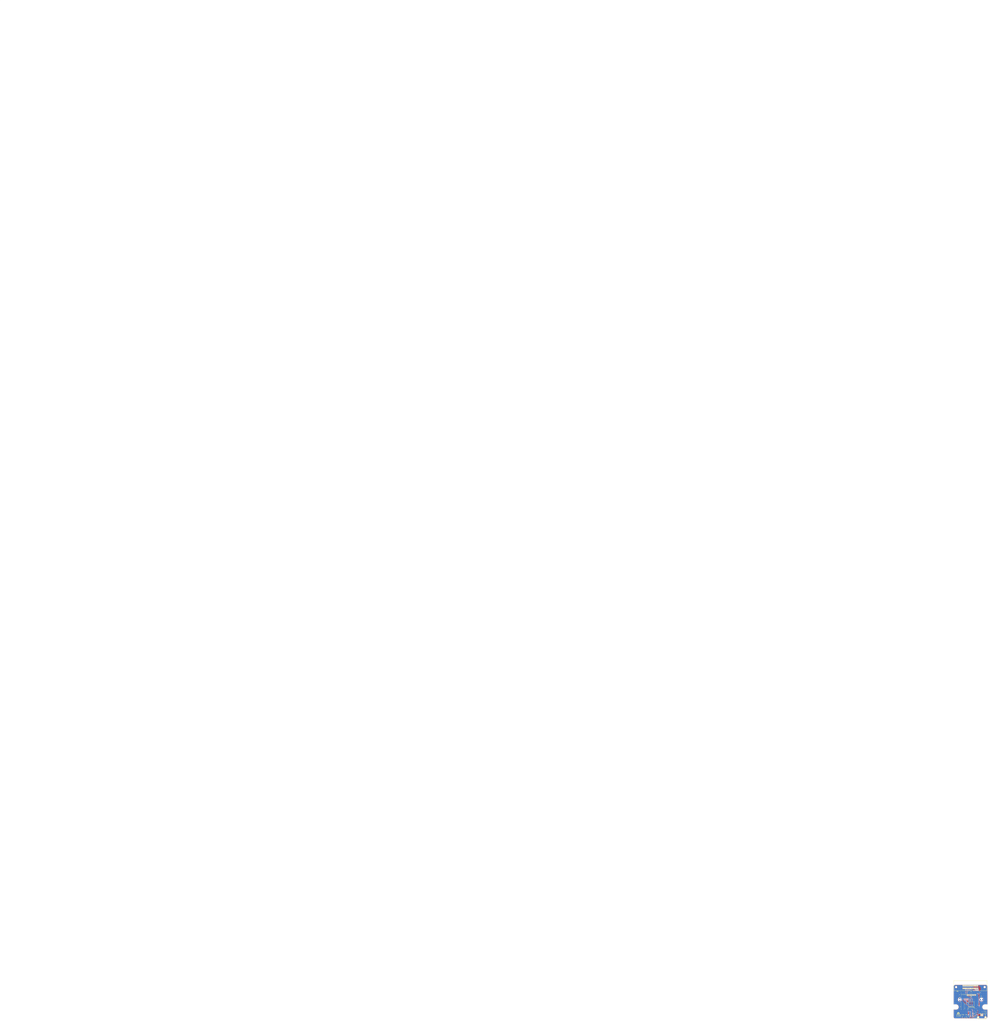
<source format=kicad_pcb>
(kicad_pcb (version 20171130) (host pcbnew "(5.1.0)-1")
  (title_block (title "USB to GPIB Adapter") (date 2020-12-04) (rev "Rev 5") (company "Simon DEGRES /Sylvain LE BRAS") (comment 1 "Based on project from Steven Casagrande") (comment 2 "For use with Kradex Z67 enclosure"))
  (layers (0 Component signal) (31 Copper signal) (34 B.Paste user) (35 F.Paste user) (36 B.SilkS user) (37 F.SilkS user) (38 B.Mask user) (39 F.Mask user) (44 Edge.Cuts user))
  (net 0 "")
  (net 1 3V3OUT)
  (net 2 ATN)
  (net 3 DAV)
  (net 4 DC)
  (net 5 DGND)
  (net 6 DIO1)
  (net 7 DIO2)
  (net 8 DIO3)
  (net 9 DIO4)
  (net 10 DIO5)
  (net 11 DIO6)
  (net 12 DIO7)
  (net 13 DIO8)
  (net 14 EOI)
  (net 15 ERROR_LED)
  (net 16 FTDI_CTS)
  (net 17 FTDI_RTS)
  (net 18 FTDI_RXI)
  (net 19 FTDI_TXO)
  (net 20 G_ATN)
  (net 21 G_DAV)
  (net 22 G_DIO1)
  (net 23 G_DIO2)
  (net 24 G_DIO3)
  (net 25 G_DIO4)
  (net 26 G_DIO5)
  (net 27 G_DIO6)
  (net 28 G_DIO7)
  (net 29 G_DIO8)
  (net 30 G_EOI)
  (net 31 G_IFC)
  (net 32 G_NDAC)
  (net 33 G_NRFD)
  (net 34 G_REN)
  (net 35 G_SRQ)
  (net 36 IFC)
  (net 37 NDAC)
  (net 38 NRFD)
  (net 39 "Net-(C10-Pad1)")
  (net 40 "Net-(C12-Pad1)")
  (net 41 "Net-(C2-Pad1)")
  (net 42 "Net-(C3-Pad2)")
  (net 43 "Net-(L1-Pad1)")
  (net 44 "Net-(P2-Pad1)")
  (net 45 "Net-(P2-Pad6)")
  (net 46 "Net-(U1-Pad12)")
  (net 47 "Net-(U1-Pad13)")
  (net 48 "Net-(U1-Pad27)")
  (net 49 "Net-(U1-Pad33)")
  (net 50 "Net-(U1-Pad34)")
  (net 51 "Net-(U1-Pad38)")
  (net 52 "Net-(U1-Pad39)")
  (net 53 "Net-(U1-Pad40)")
  (net 54 "Net-(U3-Pad11)")
  (net 55 "Net-(U3-Pad14)")
  (net 56 "Net-(U3-Pad23)")
  (net 57 "Net-(U4-Pad12)")
  (net 58 "Net-(U4-Pad14)")
  (net 59 PE)
  (net 60 REN)
  (net 61 RX_LED)
  (net 62 SC)
  (net 63 SRQ)
  (net 64 TE)
  (net 65 TX_LED)
  (net 66 USB_D+)
  (net 67 USB_D-)
  (net 68 VCC)
  (net 69 "Net-(D1-Pad1)")
  (net 70 "Net-(D2-Pad1)")
  (net 71 "Net-(D3-Pad1)")
  (net 72 "Net-(D4-Pad1)")
  (module MountingHole:MountingHole_2.1mm (layer Component) (at 90 119.5)
    (fp_text reference REF** (at 0 -3.2) (layer F.SilkS))
    (fp_text value MountingHole_2.1mm)
    (pad "" np_thru_hole oval (at 0 0) (size 5 2.6) (drill 2.35) (layers *.Cu *.Mask))
  )
  (module MountingHole:MountingHole_2.1mm (layer Component) (at 54.4 119.5)
    (fp_text reference REF** (at 0 -3.2) (layer F.SilkS))
    (fp_text value MountingHole_2.1mm)
    (pad "" np_thru_hole oval (at 0 0) (size 2.6 5) (drill 2.35) (layers *.Cu *.Mask))
  )
  (module QFN24 (layer Component) (at 73.5 144.1 180)
    (fp_text reference U4 (at 3 -2.4) (layer F.SilkS) (effects (font (size 0.6 0.6))))
    (fp_text value FT230X hide)
    (pad 1 smd oval (at 0.975 -1.8 180) (size 0.3 1) (layers Component F.Paste F.Mask) (net 1 3V3OUT))
    (pad 2 smd oval (at 0.325 -1.8 180) (size 0.3 1) (layers Component F.Paste F.Mask) (net 18 FTDI_RXI))
    (pad 3 smd oval (at -0.325 -1.8 180) (size 0.3 1) (layers Component F.Paste F.Mask) (net 5 DGND))
    (pad 4 smd oval (at -0.975 -1.8 180) (size 0.3 1) (layers Component F.Paste F.Mask) (net 16 FTDI_CTS))
    (pad 5 smd oval (at -1.8 -0.975 270) (size 0.3 1) (layers Component F.Paste F.Mask) (net 65 TX_LED))
    (pad 6 smd oval (at -1.8 -0.325 270) (size 0.3 1) (layers Component F.Paste F.Mask) (net 66 USB_D+))
    (pad 7 smd oval (at -1.8 0.325 270) (size 0.3 1) (layers Component F.Paste F.Mask) (net 67 USB_D-))
    (pad 8 smd oval (at -1.8 0.975 270) (size 0.3 1) (layers Component F.Paste F.Mask) (net 1 3V3OUT))
    (pad 9 smd oval (at -0.975 1.8 270) (size 1 0.3) (layers Component F.Paste F.Mask) (net 1 3V3OUT))
    (pad 10 smd oval (at -0.325 1.8 270) (size 1 0.3) (layers Component F.Paste F.Mask) (net 43 "Net-(L1-Pad1)"))
    (pad 11 smd oval (at 0.325 1.8) (size 0.3 1) (layers Component F.Paste F.Mask) (net 61 RX_LED))
    (pad 12 smd oval (at 0.975 1.8) (size 0.3 1) (layers Component F.Paste F.Mask) (net 57 "Net-(U4-Pad12)"))
    (pad 13 smd oval (at 1.8 0.975) (size 1 0.3) (layers Component F.Paste F.Mask) (net 5 DGND))
    (pad 14 smd oval (at 1.8 0.325) (size 1 0.3) (layers Component F.Paste F.Mask) (net 58 "Net-(U4-Pad14)"))
    (pad 15 smd oval (at 1.8 -0.325) (size 1 0.3) (layers Component F.Paste F.Mask) (net 19 FTDI_TXO))
    (pad 16 smd oval (at 1.8 -0.975) (size 1 0.3) (layers Component F.Paste F.Mask) (net 17 FTDI_RTS))
    (pad "" smd rect (at 0 0 90) (size 2 2) (layers Component F.Paste F.Mask) (net 5 DGND))
  )
  (module Package_SO:SOIC-20W_7.5x12.8mm_P1.27mm (layer Component) (at 80.5 111.3 270)
    (fp_text reference U2 (at -3.3 -7.5) (layer F.SilkS))
    (fp_text value SN75160B)
    (pad 1 smd roundrect (at -4.65 -5.715 270) (size 2.05 0.6) (layers Component F.Paste F.Mask) (net 64 TE))
    (pad 2 smd roundrect (at -4.65 -4.445 270) (size 2.05 0.6) (layers Component F.Paste F.Mask) (net 22 G_DIO1))
    (pad 3 smd roundrect (at -4.65 -3.175 270) (size 2.05 0.6) (layers Component F.Paste F.Mask) (net 23 G_DIO2))
    (pad 4 smd roundrect (at -4.65 -1.905 270) (size 2.05 0.6) (layers Component F.Paste F.Mask) (net 24 G_DIO3))
    (pad 5 smd roundrect (at -4.65 -0.635 270) (size 2.05 0.6) (layers Component F.Paste F.Mask) (net 25 G_DIO4))
    (pad 6 smd roundrect (at -4.65 0.635 270) (size 2.05 0.6) (layers Component F.Paste F.Mask) (net 26 G_DIO5))
    (pad 7 smd roundrect (at -4.65 1.905 270) (size 2.05 0.6) (layers Component F.Paste F.Mask) (net 27 G_DIO6))
    (pad 8 smd roundrect (at -4.65 3.175 270) (size 2.05 0.6) (layers Component F.Paste F.Mask) (net 28 G_DIO7))
    (pad 9 smd roundrect (at -4.65 4.445 270) (size 2.05 0.6) (layers Component F.Paste F.Mask) (net 29 G_DIO8))
    (pad 10 smd roundrect (at -4.65 5.715 270) (size 2.05 0.6) (layers Component F.Paste F.Mask) (net 5 DGND))
    (pad 11 smd roundrect (at 4.65 5.715 270) (size 2.05 0.6) (layers Component F.Paste F.Mask) (net 59 PE))
    (pad 12 smd roundrect (at 4.65 4.445 270) (size 2.05 0.6) (layers Component F.Paste F.Mask) (net 13 DIO8))
    (pad 13 smd roundrect (at 4.65 3.175 270) (size 2.05 0.6) (layers Component F.Paste F.Mask) (net 12 DIO7))
    (pad 14 smd roundrect (at 4.65 1.905 270) (size 2.05 0.6) (layers Component F.Paste F.Mask) (net 11 DIO6))
    (pad 15 smd roundrect (at 4.65 0.635 270) (size 2.05 0.6) (layers Component F.Paste F.Mask) (net 10 DIO5))
    (pad 16 smd roundrect (at 4.65 -0.635 270) (size 2.05 0.6) (layers Component F.Paste F.Mask) (net 9 DIO4))
    (pad 17 smd roundrect (at 4.65 -1.905 270) (size 2.05 0.6) (layers Component F.Paste F.Mask) (net 8 DIO3))
    (pad 18 smd roundrect (at 4.65 -3.175 270) (size 2.05 0.6) (layers Component F.Paste F.Mask) (net 7 DIO2))
    (pad 19 smd roundrect (at 4.65 -4.445 270) (size 2.05 0.6) (layers Component F.Paste F.Mask) (net 6 DIO1))
    (pad 20 smd roundrect (at 4.65 -5.715 270) (size 2.05 0.6) (layers Component F.Paste F.Mask) (net 68 VCC))
  )
  (module TQFP44 (layer Component) (at 73.3 127.9 180)
    (fp_text reference U1 (at 5.3 -6.6) (layer F.SilkS) (effects (font (size 1.524 1.016) (thickness 0.2032))))
    (fp_text value PIC18F4520 (at -0.026 -3.137) (layer F.SilkS) (effects (font (size 1.27 0.762) (thickness 0.1905))))
    (pad 1 smd rect (at -5.715 -4.0005 180) (size 1.524 0.4064) (layers Component F.Paste F.Mask) (net 19 FTDI_TXO))
    (pad 33 smd rect (at 5.715 -4.0005 180) (size 1.524 0.4064) (layers Component F.Paste F.Mask) (net 49 "Net-(U1-Pad33)"))
    (pad 32 smd rect (at 5.715 -3.2004 180) (size 1.524 0.4064) (layers Component F.Paste F.Mask) (net 5 DGND))
    (pad 2 smd rect (at -5.715 -3.2004 180) (size 1.524 0.4064) (layers Component F.Paste F.Mask) (net 4 DC))
    (pad 3 smd rect (at -5.715 -2.4003 180) (size 1.524 0.4064) (layers Component F.Paste F.Mask) (net 59 PE))
    (pad 31 smd rect (at 5.715 -2.4003 180) (size 1.524 0.4064) (layers Component F.Paste F.Mask) (net 42 "Net-(C3-Pad2)"))
    (pad 30 smd rect (at 5.715 -1.6002 180) (size 1.524 0.4064) (layers Component F.Paste F.Mask) (net 41 "Net-(C2-Pad1)"))
    (pad 4 smd rect (at -5.715 -1.6002 180) (size 1.524 0.4064) (layers Component F.Paste F.Mask) (net 64 TE))
    (pad 5 smd rect (at -5.715 -0.8001 180) (size 1.524 0.4064) (layers Component F.Paste F.Mask) (net 62 SC))
    (pad 29 smd rect (at 5.715 -0.8001 180) (size 1.524 0.4064) (layers Component F.Paste F.Mask) (net 5 DGND))
    (pad 23 smd rect (at 5.715 4.0005 180) (size 1.524 0.4064) (layers Component F.Paste F.Mask) (net 38 NRFD))
    (pad 11 smd rect (at -5.715 4.0005 180) (size 1.524 0.4064) (layers Component F.Paste F.Mask) (net 9 DIO4))
    (pad 10 smd rect (at -5.715 3.2004 180) (size 1.524 0.4064) (layers Component F.Paste F.Mask) (net 8 DIO3))
    (pad 24 smd rect (at 5.715 3.2004 180) (size 1.524 0.4064) (layers Component F.Paste F.Mask) (net 37 NDAC))
    (pad 25 smd rect (at 5.715 2.4003 180) (size 1.524 0.4064) (layers Component F.Paste F.Mask) (net 36 IFC))
    (pad 9 smd rect (at -5.715 2.4003 180) (size 1.524 0.4064) (layers Component F.Paste F.Mask) (net 7 DIO2))
    (pad 8 smd rect (at -5.715 1.6002 180) (size 1.524 0.4064) (layers Component F.Paste F.Mask) (net 6 DIO1))
    (pad 26 smd rect (at 5.715 1.6002 180) (size 1.524 0.4064) (layers Component F.Paste F.Mask) (net 60 REN))
    (pad 27 smd rect (at 5.715 0.8001 180) (size 1.524 0.4064) (layers Component F.Paste F.Mask) (net 48 "Net-(U1-Pad27)"))
    (pad 7 smd rect (at -5.715 0.8001 180) (size 1.524 0.4064) (layers Component F.Paste F.Mask) (net 68 VCC))
    (pad 28 smd rect (at 5.715 0 180) (size 1.524 0.4064) (layers Component F.Paste F.Mask) (net 68 VCC))
    (pad 6 smd rect (at -5.715 0 180) (size 1.524 0.4064) (layers Component F.Paste F.Mask) (net 5 DGND))
    (pad 22 smd rect (at 4.0005 5.715 180) (size 0.4064 1.524) (layers Component F.Paste F.Mask) (net 3 DAV))
    (pad 21 smd rect (at 3.2004 5.715 180) (size 0.4064 1.524) (layers Component F.Paste F.Mask) (net 14 EOI))
    (pad 20 smd rect (at 2.4003 5.715 180) (size 0.4064 1.524) (layers Component F.Paste F.Mask) (net 2 ATN))
    (pad 19 smd rect (at 1.6002 5.715 180) (size 0.4064 1.524) (layers Component F.Paste F.Mask) (net 63 SRQ))
    (pad 18 smd rect (at 0.8001 5.715 180) (size 0.4064 1.524) (layers Component F.Paste F.Mask) (net 44 "Net-(P2-Pad1)"))
    (pad 12 smd rect (at -4.0005 5.715 180) (size 0.4064 1.524) (layers Component F.Paste F.Mask) (net 46 "Net-(U1-Pad12)"))
    (pad 13 smd rect (at -3.2004 5.715 180) (size 0.4064 1.524) (layers Component F.Paste F.Mask) (net 47 "Net-(U1-Pad13)"))
    (pad 14 smd rect (at -2.4003 5.715 180) (size 0.4064 1.524) (layers Component F.Paste F.Mask) (net 10 DIO5))
    (pad 15 smd rect (at -1.6002 5.715 180) (size 0.4064 1.524) (layers Component F.Paste F.Mask) (net 11 DIO6))
    (pad 16 smd rect (at -0.8001 5.715 180) (size 0.4064 1.524) (layers Component F.Paste F.Mask) (net 12 DIO7))
    (pad 17 smd rect (at 0 5.715 180) (size 0.4064 1.524) (layers Component F.Paste F.Mask) (net 13 DIO8))
    (pad 34 smd rect (at 4.0005 -5.715 180) (size 0.4064 1.524) (layers Component F.Paste F.Mask) (net 50 "Net-(U1-Pad34)"))
    (pad 35 smd rect (at 3.2004 -5.715 180) (size 0.4064 1.524) (layers Component F.Paste F.Mask) (net 5 DGND))
    (pad 36 smd rect (at 2.4003 -5.715 180) (size 0.4064 1.524) (layers Component F.Paste F.Mask) (net 5 DGND))
    (pad 37 smd rect (at 1.6002 -5.715 180) (size 0.4064 1.524) (layers Component F.Paste F.Mask) (net 5 DGND))
    (pad 38 smd rect (at 0.8001 -5.715 180) (size 0.4064 1.524) (layers Component F.Paste F.Mask) (net 51 "Net-(U1-Pad38)"))
    (pad 44 smd rect (at -4.0005 -5.715 180) (size 0.4064 1.524) (layers Component F.Paste F.Mask) (net 18 FTDI_RXI))
    (pad 43 smd rect (at -3.2004 -5.715 180) (size 0.4064 1.524) (layers Component F.Paste F.Mask) (net 15 ERROR_LED))
    (pad 42 smd rect (at -2.4003 -5.715 180) (size 0.4064 1.524) (layers Component F.Paste F.Mask) (net 17 FTDI_RTS))
    (pad 41 smd rect (at -1.6002 -5.715 180) (size 0.4064 1.524) (layers Component F.Paste F.Mask) (net 16 FTDI_CTS))
    (pad 40 smd rect (at -0.8001 -5.715 180) (size 0.4064 1.524) (layers Component F.Paste F.Mask) (net 53 "Net-(U1-Pad40)"))
    (pad 39 smd rect (at 0 -5.715 180) (size 0.4064 1.524) (layers Component F.Paste F.Mask) (net 52 "Net-(U1-Pad39)"))
  )
  (module conn_usb_B (layer Component) (at 90.4802 150.7114)
    (fp_text reference J1 (at -2.2302 -8.896) (layer F.SilkS) (effects (font (thickness 0.25))))
    (fp_text value Conn1 hide)
    (pad 6 thru_hole circle (at 6.0198 -2.286) (size 3.50012 3.50012) (drill 2.1844) (layers *.Cu *.Mask F.SilkS) (net 5 DGND))
    (pad 5 thru_hole circle (at -6.0198 -2.286) (size 3.50012 3.50012) (drill 2.1844) (layers *.Cu *.Mask F.SilkS) (net 5 DGND))
    (pad 2 thru_hole oval (at -1.2446 -7.0104) (size 1.8 1.50114) (drill 0.9652) (layers *.Cu *.Mask F.SilkS) (net 40 "Net-(C12-Pad1)"))
    (pad 1 thru_hole oval (at 1.2446 -7.0104) (size 1.8 1.50114) (drill 0.9652) (layers *.Cu *.Mask F.SilkS) (net 68 VCC))
    (pad 4 thru_hole oval (at 1.2446 -5.0038) (size 1.8 1.50114) (drill 0.9652) (layers *.Cu *.Mask F.SilkS) (net 5 DGND))
    (pad 3 thru_hole oval (at -1.2446 -5.0038) (size 1.8 1.50114) (drill 0.9652) (layers *.Cu *.Mask F.SilkS) (net 39 "Net-(C10-Pad1)"))
  )
  (module 1pin (layer Component) (at 78.8 139.5)
    (fp_text reference 1PIN hide)
    (fp_text value P4 hide)
    (pad 1 smd circle (at 0 0) (size 0.635 0.635) (layers Component F.Paste F.Mask) (net 19 FTDI_TXO))
  )
  (module 1pin (layer Component) (at 76.4 137.2)
    (fp_text reference 1PIN hide)
    (fp_text value P3 hide)
    (pad 1 smd circle (at 0 0) (size 0.635 0.635) (layers Component F.Paste F.Mask) (net 18 FTDI_RXI))
  )
  (module LOGO (layer Component) (at 52 141.75)
    (fp_text reference G*** hide)
    (fp_text value LOGO hide)
  )
  (module gpib_conn_male (layer Component) (at 71.7795 98.8537 180)
    (fp_text reference P1 (at 21.0295 -7.1463 180) (layer F.SilkS) (effects (font (size 1.524 1.524) (thickness 0.3048))))
    (fp_text value CONN_12X2 hide)
    (pad "" thru_hole circle (at 23.4061 0 180) (size 3.2004 3.2004) (drill 3.175) (layers *.Cu *.Mask F.SilkS))
    (pad "" thru_hole circle (at -23.4061 0 180) (size 3.2004 3.2004) (drill 3.175) (layers *.Cu *.Mask F.SilkS))
    (pad 13 thru_hole oval (at -11.8745 2.1463 180) (size 1.524 2.4) (drill 1.0668) (layers *.Cu *.Mask F.SilkS) (net 26 G_DIO5))
    (pad 14 thru_hole oval (at -9.7155 2.1463 180) (size 1.524 2.4) (drill 1.0668) (layers *.Cu *.Mask F.SilkS) (net 27 G_DIO6))
    (pad 15 thru_hole oval (at -7.5565 2.1463 180) (size 1.524 2.4) (drill 1.0668) (layers *.Cu *.Mask F.SilkS) (net 28 G_DIO7))
    (pad 16 thru_hole oval (at -5.3975 2.1463 180) (size 1.524 2.4) (drill 1.0668) (layers *.Cu *.Mask F.SilkS) (net 29 G_DIO8))
    (pad 1 thru_hole oval (at -11.8745 -2.1463 180) (size 1.524 2.4) (drill 1.0668) (layers *.Cu *.Mask F.SilkS) (net 22 G_DIO1))
    (pad 2 thru_hole oval (at -9.7155 -2.1463 180) (size 1.524 2.4) (drill 1.0668) (layers *.Cu *.Mask F.SilkS) (net 23 G_DIO2))
    (pad 3 thru_hole oval (at -7.5565 -2.1463 180) (size 1.524 2.4) (drill 1.0668) (layers *.Cu *.Mask F.SilkS) (net 24 G_DIO3))
    (pad 4 thru_hole oval (at -5.3975 -2.1463 180) (size 1.524 2.4) (drill 1.0668) (layers *.Cu *.Mask F.SilkS) (net 25 G_DIO4))
    (pad 24 thru_hole oval (at 11.8745 2.1463 180) (size 1.524 2.3) (drill 1.0668) (layers *.Cu *.Mask F.SilkS) (net 5 DGND))
    (pad 23 thru_hole oval (at 9.7155 2.1463 180) (size 1.524 2.4) (drill 1.0668) (layers *.Cu *.Mask F.SilkS) (net 5 DGND))
    (pad 22 thru_hole oval (at 7.5565 2.1463 180) (size 1.524 2.4) (drill 1.0668) (layers *.Cu *.Mask F.SilkS) (net 5 DGND))
    (pad 21 thru_hole oval (at 5.3975 2.1463 180) (size 1.524 2.4) (drill 1.0668) (layers *.Cu *.Mask F.SilkS) (net 5 DGND))
    (pad 12 thru_hole oval (at 11.8745 -2.1463 180) (size 1.524 2.4) (drill 1.0668) (layers *.Cu *.Mask F.SilkS) (net 5 DGND))
    (pad 11 thru_hole oval (at 9.7155 -2.1463 180) (size 1.524 2.4) (drill 1.0668) (layers *.Cu *.Mask F.SilkS) (net 20 G_ATN))
    (pad 10 thru_hole oval (at 7.5565 -2.1463 180) (size 1.524 2.4) (drill 1.0668) (layers *.Cu *.Mask F.SilkS) (net 35 G_SRQ))
    (pad 9 thru_hole oval (at 5.3975 -2.1463 180) (size 1.524 2.4) (drill 1.0668) (layers *.Cu *.Mask F.SilkS) (net 31 G_IFC))
    (pad 17 thru_hole oval (at -3.2385 2.1463 180) (size 1.524 2.4) (drill 1.0668) (layers *.Cu *.Mask F.SilkS) (net 34 G_REN))
    (pad 20 thru_hole oval (at 3.2385 2.1463 180) (size 1.524 2.4) (drill 1.0668) (layers *.Cu *.Mask F.SilkS) (net 5 DGND))
    (pad 19 thru_hole oval (at 1.0795 2.1463 180) (size 1.524 2.4) (drill 1.0668) (layers *.Cu *.Mask F.SilkS) (net 5 DGND))
    (pad 18 thru_hole oval (at -1.0795 2.1463 180) (size 1.524 2.4) (drill 1.0668) (layers *.Cu *.Mask F.SilkS) (net 5 DGND))
    (pad 7 thru_hole oval (at 1.0795 -2.1463 180) (size 1.524 2.4) (drill 1.0668) (layers *.Cu *.Mask F.SilkS) (net 33 G_NRFD))
    (pad 8 thru_hole oval (at 3.2385 -2.1463 180) (size 1.524 2.4) (drill 1.0668) (layers *.Cu *.Mask F.SilkS) (net 32 G_NDAC))
    (pad 5 thru_hole oval (at -3.2385 -2.1463 180) (size 1.524 2.4) (drill 1.0668) (layers *.Cu *.Mask F.SilkS) (net 30 G_EOI))
    (pad 6 thru_hole oval (at -1.0795 -2.1463 180) (size 1.524 2.4) (drill 1.0668) (layers *.Cu *.Mask F.SilkS) (net 21 G_DAV))
  )
  (module PIN_ARRAY-6X1 (layer Component) (at 73.36 111.83)
    (fp_text reference P2 (at -0.16 2.07 180) (layer F.SilkS) (effects (font (size 0.8 0.8) (thickness 0.2))))
    (fp_text value CONN_6 hide)
    (pad 6 thru_hole circle (at 6.35 0) (size 1.524 1.524) (drill 1.0668) (layers *.Cu *.Mask F.SilkS) (net 45 "Net-(P2-Pad6)"))
    (pad 5 thru_hole circle (at 3.81 0) (size 1.524 1.524) (drill 1.0668) (layers *.Cu *.Mask F.SilkS) (net 12 DIO7))
    (pad 4 thru_hole circle (at 1.27 0) (size 1.524 1.524) (drill 1.0668) (layers *.Cu *.Mask F.SilkS) (net 13 DIO8))
    (pad 3 thru_hole circle (at -1.27 0) (size 1.524 1.524) (drill 1.0668) (layers *.Cu *.Mask F.SilkS) (net 5 DGND))
    (pad 2 thru_hole circle (at -3.81 0) (size 1.524 1.524) (drill 1.0668) (layers *.Cu *.Mask F.SilkS) (net 68 VCC))
    (pad 1 thru_hole rect (at -6.35 0) (size 1.524 1.524) (drill 1.0668) (layers *.Cu *.Mask F.SilkS) (net 44 "Net-(P2-Pad1)"))
  )
  (module SM0603 (layer Component) (at 95.362 138.3)
    (fp_text reference C7 (at 1.868 0.07 180) (layer F.SilkS) (effects (font (size 0.6 0.6) (thickness 0.1143))))
    (fp_text value 100nF hide)
    (pad 2 smd rect (at 0.762 0) (size 0.635 1.143) (layers Component F.Paste F.Mask) (net 5 DGND))
    (pad 1 smd rect (at -0.762 0) (size 0.635 1.143) (layers Component F.Paste F.Mask) (net 68 VCC))
  )
  (module SM0603 (layer Component) (at 95.338 140)
    (fp_text reference C6 (at 1.872 -0.01 180) (layer F.SilkS) (effects (font (size 0.6 0.6) (thickness 0.1143))))
    (fp_text value 4.7uF hide)
    (pad 2 smd rect (at 0.762 0) (size 0.635 1.143) (layers Component F.Paste F.Mask) (net 5 DGND))
    (pad 1 smd rect (at -0.762 0) (size 0.635 1.143) (layers Component F.Paste F.Mask) (net 68 VCC))
  )
  (module Resistor_SMD:R_0603_1608Metric (layer Component) (at 76.8 147.3875 270)
    (fp_text reference R3 (at 0.3225 -1.43 180) (layer F.SilkS) (effects (font (size 0.6 0.6))))
    (fp_text value 1k)
    (pad 1 smd roundrect (at -0.7875 0 270) (size 0.875 0.95) (layers Component F.Paste F.Mask) (net 65 TX_LED))
    (pad 2 smd roundrect (at 0.7875 0 270) (size 0.875 0.95) (layers Component F.Paste F.Mask) (net 71 "Net-(D3-Pad1)"))
  )
  (module Resistor_SMD:R_0603_1608Metric (layer Component) (at 67.4 147.0875 270)
    (fp_text reference R4 (at -0.4575 -1.36 180) (layer F.SilkS) (effects (font (size 0.6 0.6))))
    (fp_text value 4k7)
    (pad 2 smd roundrect (at 0.7875 0 270) (size 0.875 0.95) (layers Component F.Paste F.Mask) (net 72 "Net-(D4-Pad1)"))
    (pad 1 smd roundrect (at -0.7875 0 270) (size 0.875 0.95) (layers Component F.Paste F.Mask) (net 61 RX_LED))
  )
  (module Resistor_SMD:R_0603_1608Metric (layer Component) (at 60 147.2125 270)
    (fp_text reference R2 (at -0.2125 1.5 180) (layer F.SilkS) (effects (font (size 0.6 0.6))))
    (fp_text value 4k7)
    (pad 1 smd roundrect (at -0.7875 0 270) (size 0.875 0.95) (layers Component F.Paste F.Mask) (net 5 DGND))
    (pad 2 smd roundrect (at 0.7875 0 270) (size 0.875 0.95) (layers Component F.Paste F.Mask) (net 70 "Net-(D2-Pad1)"))
  )
  (module Resistor_SMD:R_0603_1608Metric (layer Component) (at 63.72 147.2025 270)
    (fp_text reference R1 (at -0.1925 -1.35 180) (layer F.SilkS) (effects (font (size 0.6 0.6))))
    (fp_text value 1k)
    (pad 2 smd roundrect (at 0.7875 0 270) (size 0.875 0.95) (layers Component F.Paste F.Mask) (net 69 "Net-(D1-Pad1)"))
    (pad 1 smd roundrect (at -0.7875 0 270) (size 0.875 0.95) (layers Component F.Paste F.Mask) (net 5 DGND))
  )
  (module Resistor_SMD:R_0603_1608Metric (layer Component) (at 78.8125 143.5 180)
    (fp_text reference R5 (at 0.8125 1.2) (layer F.SilkS) (effects (font (size 0.6 0.6))))
    (fp_text value 270)
    (pad 2 smd roundrect (at 0.7875 0 180) (size 0.875 0.95) (layers Component F.Paste F.Mask) (net 67 USB_D-))
    (pad 1 smd roundrect (at -0.7875 0 180) (size 0.875 0.95) (layers Component F.Paste F.Mask) (net 40 "Net-(C12-Pad1)"))
  )
  (module Resistor_SMD:R_0603_1608Metric (layer Component) (at 78.8125 145.1 180)
    (fp_text reference R6 (at 0.3125 -1.23) (layer F.SilkS) (effects (font (size 0.6 0.6))))
    (fp_text value 270)
    (pad 1 smd roundrect (at -0.7875 0 180) (size 0.875 0.95) (layers Component F.Paste F.Mask) (net 39 "Net-(C10-Pad1)"))
    (pad 2 smd roundrect (at 0.7875 0 180) (size 0.875 0.95) (layers Component F.Paste F.Mask) (net 66 USB_D+))
  )
  (module Capacitor_SMD:C_0603_1608Metric (layer Component) (at 62.8 128.5 270)
    (fp_text reference C2 (at -1.8 0 180) (layer F.SilkS) (effects (font (size 0.6 0.6))))
    (fp_text value 18pF)
    (pad 1 smd roundrect (at -0.7875 0 270) (size 0.875 0.95) (layers Component F.Paste F.Mask) (net 41 "Net-(C2-Pad1)"))
    (pad 2 smd roundrect (at 0.7875 0 270) (size 0.875 0.95) (layers Component F.Paste F.Mask) (net 5 DGND))
  )
  (module Capacitor_SMD:C_0603_1608Metric (layer Component) (at 62.8 131.4875 270)
    (fp_text reference C3 (at 2.1325 0 180) (layer F.SilkS) (effects (font (size 0.6 0.6))))
    (fp_text value 18pF)
    (pad 2 smd roundrect (at 0.7875 0 270) (size 0.875 0.95) (layers Component F.Paste F.Mask) (net 42 "Net-(C3-Pad2)"))
    (pad 1 smd roundrect (at -0.7875 0 270) (size 0.875 0.95) (layers Component F.Paste F.Mask) (net 5 DGND))
  )
  (module Capacitor_SMD:C_0603_1608Metric (layer Component) (at 88.3 113.5 90)
    (fp_text reference C5 (at -0.04 1.31 180) (layer F.SilkS) (effects (font (size 0.6 0.6))))
    (fp_text value 100nF)
    (pad 2 smd roundrect (at 0.7875 0 90) (size 0.875 0.95) (layers Component F.Paste F.Mask) (net 5 DGND))
    (pad 1 smd roundrect (at -0.7875 0 90) (size 0.875 0.95) (layers Component F.Paste F.Mask) (net 68 VCC))
  )
  (module Capacitor_SMD:C_0603_1608Metric (layer Component) (at 70.5225 147.91 180)
    (fp_text reference C8 (at 0.0325 -1.15) (layer F.SilkS) (effects (font (size 0.6 0.6))))
    (fp_text value 10nF)
    (pad 1 smd roundrect (at -0.7875 0 180) (size 0.875 0.95) (layers Component F.Paste F.Mask) (net 1 3V3OUT))
    (pad 2 smd roundrect (at 0.7875 0 180) (size 0.875 0.95) (layers Component F.Paste F.Mask) (net 5 DGND))
  )
  (module Capacitor_SMD:C_0603_1608Metric (layer Component) (at 81.2 146 270)
    (fp_text reference C10 (at 2 -0.01 180) (layer F.SilkS) (effects (font (size 0.6 0.6))))
    (fp_text value 47pF)
    (pad 1 smd roundrect (at -0.7875 0 270) (size 0.875 0.95) (layers Component F.Paste F.Mask) (net 39 "Net-(C10-Pad1)"))
    (pad 2 smd roundrect (at 0.7875 0 270) (size 0.875 0.95) (layers Component F.Paste F.Mask) (net 5 DGND))
  )
  (module Capacitor_SMD:C_0603_1608Metric (layer Component) (at 95.3 141.7)
    (fp_text reference C11 (at 2.36 0.1) (layer F.SilkS) (effects (font (size 0.6 0.6))))
    (fp_text value 10nF)
    (pad 1 smd roundrect (at -0.7875 0) (size 0.875 0.95) (layers Component F.Paste F.Mask) (net 68 VCC))
    (pad 2 smd roundrect (at 0.7875 0) (size 0.875 0.95) (layers Component F.Paste F.Mask) (net 5 DGND))
  )
  (module Capacitor_SMD:C_0603_1608Metric (layer Component) (at 81.2 142.6875 90)
    (fp_text reference C12 (at 1.8175 0.02) (layer F.SilkS) (effects (font (size 0.6 0.6))))
    (fp_text value 47pF)
    (pad 2 smd roundrect (at 0.7875 0 90) (size 0.875 0.95) (layers Component F.Paste F.Mask) (net 5 DGND))
    (pad 1 smd roundrect (at -0.7875 0 90) (size 0.875 0.95) (layers Component F.Paste F.Mask) (net 40 "Net-(C12-Pad1)"))
  )
  (module LibrairieComposant:4HSMX (layer Component) (at 59.1 129.95 270)
    (fp_text reference X1 (at 1.05 3.46 180) (layer F.SilkS))
    (fp_text value CRYSTAL)
    (pad 2 smd rect (at 4.75 0 270) (size 5.5 2) (layers Component F.Paste F.Mask) (net 42 "Net-(C3-Pad2)"))
    (pad 1 smd rect (at -4.75 0 270) (size 5.5 2) (layers Component F.Paste F.Mask) (net 41 "Net-(C2-Pad1)"))
  )
  (module Inductor_SMD:L_0805_2012Metric (layer Component) (at 91.1525 140.6)
    (fp_text reference L1 (at -0.044486 -1.5) (layer F.SilkS) (effects (font (size 0.6 0.6))))
    (fp_text value INDUCTOR)
    (pad 2 smd roundrect (at 0.9375 0) (size 0.975 1.4) (layers Component F.Paste F.Mask) (net 68 VCC))
    (pad 1 smd roundrect (at -0.9375 0) (size 0.975 1.4) (layers Component F.Paste F.Mask) (net 43 "Net-(L1-Pad1)"))
  )
  (module Capacitor_SMD:C_0603_1608Metric (layer Component) (at 83.2125 127.2 180)
    (fp_text reference C4 (at -0.7875 -1.3) (layer F.SilkS) (effects (font (size 0.6 0.6))))
    (fp_text value 100nF)
    (pad 2 smd roundrect (at 0.7875 0 180) (size 0.875 0.95) (layers Component F.Paste F.Mask) (net 68 VCC))
    (pad 1 smd roundrect (at -0.7875 0 180) (size 0.875 0.95) (layers Component F.Paste F.Mask) (net 5 DGND))
  )
  (module Capacitor_SMD:C_0603_1608Metric (layer Component) (at 65.3 127.5 270)
    (fp_text reference C1 (at -2.08 0.44 180) (layer F.SilkS) (effects (font (size 0.6 0.6))))
    (fp_text value 100nF)
    (pad 1 smd roundrect (at -0.7875 0 270) (size 0.875 0.95) (layers Component F.Paste F.Mask) (net 68 VCC))
    (pad 2 smd roundrect (at 0.7875 0 270) (size 0.875 0.95) (layers Component F.Paste F.Mask) (net 5 DGND))
  )
  (module Capacitor_SMD:C_0603_1608Metric (layer Component) (at 55.4 111.4875 90)
    (fp_text reference C9 (at -0.02 -1.5 180) (layer F.SilkS) (effects (font (size 0.6 0.6))))
    (fp_text value 100nF)
    (pad 2 smd roundrect (at 0.7875 0 90) (size 0.875 0.95) (layers Component F.Paste F.Mask) (net 5 DGND))
    (pad 1 smd roundrect (at -0.7875 0 90) (size 0.875 0.95) (layers Component F.Paste F.Mask) (net 68 VCC))
  )
  (module Resistor_SMD:R_0603_1608Metric (layer Component) (at 81.4875 136.1)
    (fp_text reference R7 (at 0.0375 -1.6) (layer F.SilkS) (effects (font (size 0.6 0.6))))
    (fp_text value 22k)
    (pad 2 smd roundrect (at 0.7875 0) (size 0.875 0.95) (layers Component F.Paste F.Mask) (net 68 VCC))
    (pad 1 smd roundrect (at -0.7875 0) (size 0.875 0.95) (layers Component F.Paste F.Mask) (net 19 FTDI_TXO))
  )
  (module LibrairieComposant:WL-SMSW_0603_ROUND (layer Component) (at 62.5 149.7 180)
    (fp_text reference D1 (at 0.01 1.18) (layer F.SilkS) (effects (font (size 0.6 0.6))))
    (fp_text value LED)
    (fp_text user + (at 1.536 0.7) (layer F.SilkS) (effects (font (size 0.48 0.48) (thickness 0.05))))
    (pad 3 smd rect (at 0 0.3 180) (size 0.4 0.5) (layers Component F.Paste F.Mask))
    (pad 2 smd rect (at 0.7 0 180) (size 0.6 0.6) (layers Component F.Paste F.Mask) (net 15 ERROR_LED))
    (pad 1 smd rect (at -0.7 0 180) (size 0.6 0.6) (layers Component F.Paste F.Mask) (net 69 "Net-(D1-Pad1)"))
  )
  (module LibrairieComposant:WL-SMSW_0603_ROUND (layer Component) (at 58.8 149.7 180)
    (fp_text reference D2 (at 0.05 1.2) (layer F.SilkS) (effects (font (size 0.6 0.6))))
    (fp_text value LED)
    (fp_text user + (at 1.5 0.7) (layer F.SilkS) (effects (font (size 0.48 0.48) (thickness 0.05))))
    (pad 1 smd rect (at -0.7 0 180) (size 0.6 0.6) (layers Component F.Paste F.Mask) (net 70 "Net-(D2-Pad1)"))
    (pad 2 smd rect (at 0.7 0 180) (size 0.6 0.6) (layers Component F.Paste F.Mask) (net 68 VCC))
    (pad 3 smd rect (at 0 0.3 180) (size 0.4 0.5) (layers Component F.Paste F.Mask))
  )
  (module LibrairieComposant:WL-SMSW_0603_ROUND (layer Component) (at 75.9 149.8 180)
    (fp_text reference D3 (at 1.15 0.99) (layer F.SilkS) (effects (font (size 0.6 0.6))))
    (fp_text value LED)
    (fp_text user + (at 1.536 0.061) (layer F.SilkS) (effects (font (size 0.48 0.48) (thickness 0.05))))
    (pad 1 smd rect (at -0.7 0 180) (size 0.6 0.6) (layers Component F.Paste F.Mask) (net 71 "Net-(D3-Pad1)"))
    (pad 2 smd rect (at 0.7 0 180) (size 0.6 0.6) (layers Component F.Paste F.Mask) (net 68 VCC))
    (pad 3 smd rect (at 0 0.3 180) (size 0.4 0.5) (layers Component F.Paste F.Mask))
  )
  (module LibrairieComposant:WL-SMSW_0603_ROUND (layer Component) (at 66.3 149.7 180)
    (fp_text reference D4 (at 0.13 1.21) (layer F.SilkS) (effects (font (size 0.6 0.6))))
    (fp_text value LED)
    (fp_text user + (at 1.536 0.7) (layer F.SilkS) (effects (font (size 0.48 0.48) (thickness 0.05))))
    (pad 3 smd rect (at 0 0.3 180) (size 0.4 0.5) (layers Component F.Paste F.Mask))
    (pad 2 smd rect (at 0.7 0 180) (size 0.6 0.6) (layers Component F.Paste F.Mask) (net 68 VCC))
    (pad 1 smd rect (at -0.7 0 180) (size 0.6 0.6) (layers Component F.Paste F.Mask) (net 72 "Net-(D4-Pad1)"))
  )
  (module Resistor_SMD:R_0603_1608Metric (layer Component) (at 71.85 118.73 180)
    (fp_text reference R8 (at 0.35 -1.22) (layer F.SilkS) (effects (font (size 0.6 0.6))))
    (fp_text value 10k)
    (pad 2 smd roundrect (at 0.7875 0 180) (size 0.875 0.95) (layers Component F.Paste F.Mask) (net 68 VCC))
    (pad 1 smd roundrect (at -0.7875 0 180) (size 0.875 0.95) (layers Component F.Paste F.Mask) (net 44 "Net-(P2-Pad1)"))
  )
  (module LibrairieComposant:SN75162BDW (layer Component) (at 64.4 111.3 270)
    (fp_text reference U3 (at -4.8 -8.6 180) (layer F.SilkS))
    (fp_text value SN75162B (at -0.3 3.4 180) (layer F.SilkS))
    (fp_text user * (at -5.8 -8.6 90) (layer F.SilkS))
    (fp_text user * (at -5.8 -8.6 90) (layer F.SilkS))
    (pad 24 smd rect (at 4.734301 -6.985 270) (size 1.873999 0.558) (layers Component F.Paste F.Mask) (net 68 VCC))
    (pad 23 smd rect (at 4.734301 -5.715 270) (size 1.873999 0.558) (layers Component F.Paste F.Mask) (net 56 "Net-(U3-Pad23)"))
    (pad 22 smd rect (at 4.734301 -4.445 270) (size 1.873999 0.558) (layers Component F.Paste F.Mask) (net 60 REN))
    (pad 21 smd rect (at 4.734301 -3.175 270) (size 1.873999 0.558) (layers Component F.Paste F.Mask) (net 36 IFC))
    (pad 20 smd rect (at 4.734301 -1.905 270) (size 1.873999 0.558) (layers Component F.Paste F.Mask) (net 37 NDAC))
    (pad 19 smd rect (at 4.734301 -0.635 270) (size 1.873999 0.558) (layers Component F.Paste F.Mask) (net 38 NRFD))
    (pad 18 smd rect (at 4.734301 0.635 270) (size 1.873999 0.558) (layers Component F.Paste F.Mask) (net 3 DAV))
    (pad 17 smd rect (at 4.734301 1.905 270) (size 1.873999 0.558) (layers Component F.Paste F.Mask) (net 14 EOI))
    (pad 16 smd rect (at 4.734301 3.175 270) (size 1.873999 0.558) (layers Component F.Paste F.Mask) (net 2 ATN))
    (pad 15 smd rect (at 4.734301 4.445 270) (size 1.873999 0.558) (layers Component F.Paste F.Mask) (net 63 SRQ))
    (pad 14 smd rect (at 4.734301 5.715 270) (size 1.873999 0.558) (layers Component F.Paste F.Mask) (net 55 "Net-(U3-Pad14)"))
    (pad 13 smd rect (at 4.734301 6.985 270) (size 1.873999 0.558) (layers Component F.Paste F.Mask) (net 4 DC))
    (pad 12 smd rect (at -4.734301 6.985 270) (size 1.873999 0.558) (layers Component F.Paste F.Mask) (net 5 DGND))
    (pad 11 smd rect (at -4.734301 5.715 270) (size 1.873999 0.558) (layers Component F.Paste F.Mask) (net 54 "Net-(U3-Pad11)"))
    (pad 10 smd rect (at -4.734301 4.445 270) (size 1.873999 0.558) (layers Component F.Paste F.Mask) (net 35 G_SRQ))
    (pad 9 smd rect (at -4.734301 3.175 270) (size 1.873999 0.558) (layers Component F.Paste F.Mask) (net 20 G_ATN))
    (pad 8 smd rect (at -4.734301 1.905 270) (size 1.873999 0.558) (layers Component F.Paste F.Mask) (net 30 G_EOI))
    (pad 7 smd rect (at -4.734301 0.635 270) (size 1.873999 0.558) (layers Component F.Paste F.Mask) (net 21 G_DAV))
    (pad 6 smd rect (at -4.734301 -0.635 270) (size 1.873999 0.558) (layers Component F.Paste F.Mask) (net 33 G_NRFD))
    (pad 5 smd rect (at -4.734301 -1.905 270) (size 1.873999 0.558) (layers Component F.Paste F.Mask) (net 32 G_NDAC))
    (pad 4 smd rect (at -4.734301 -3.175 270) (size 1.873999 0.558) (layers Component F.Paste F.Mask) (net 31 G_IFC))
    (pad 3 smd rect (at -4.734301 -4.445 270) (size 1.873999 0.558) (layers Component F.Paste F.Mask) (net 34 G_REN))
    (pad 2 smd rect (at -4.734301 -5.715 270) (size 1.873999 0.558) (layers Component F.Paste F.Mask) (net 64 TE))
    (pad 1 smd rect (at -4.734301 -6.985 270) (size 1.873999 0.558) (layers Component F.Paste F.Mask) (net 62 SC))
  )
  (gr_arc (start 99.25 136.25) (end 100 136.25) (angle -90) (layer Edge.Cuts) (width 0.381))
  (gr_arc (start 99.25 126.75) (end 99.25 127.5) (angle -90) (layer Edge.Cuts) (width 0.381))
  (gr_arc (start 44.75 136.25) (end 44.75 135.5) (angle -90) (layer Edge.Cuts) (width 0.381))
  (gr_arc (start 44.75 126.75) (end 44 126.75) (angle -90) (layer Edge.Cuts) (width 0.381))
  (gr_arc (start 97 147.5) (end 97 150.5) (angle -90) (layer Edge.Cuts) (width 0.381))
  (gr_arc (start 47 147.5) (end 44 147.5) (angle -90) (layer Edge.Cuts) (width 0.381))
  (gr_arc (start 47 98) (end 47 95) (angle -90) (layer Edge.Cuts) (width 0.381))
  (gr_arc (start 97 98) (end 100 98) (angle -90) (layer Edge.Cuts) (width 0.381))
  (gr_line (start 44 147.5) (end 44 136.25) (angle 90) (layer Edge.Cuts) (width 0.381))
  (gr_line (start 44.75 135.5) (end 48.3 135.5) (layer Edge.Cuts) (width 0.381))
  (gr_line (start 44.75 127.5) (end 48.3 127.5) (layer Edge.Cuts) (width 0.381))
  (gr_arc (start 48.3 131.5) (end 48.3 135.5) (angle -180) (layer Edge.Cuts) (width 0.381))
  (gr_line (start 95.5 135.5) (end 99.25 135.5) (layer Edge.Cuts) (width 0.381))
  (gr_line (start 95.5 127.5) (end 99.25 127.5) (layer Edge.Cuts) (width 0.381))
  (gr_line (start 100 136.25) (end 100 147.5) (angle 90) (layer Edge.Cuts) (width 0.381))
  (gr_arc (start 95.5 131.5) (end 95.5 127.5) (angle -180) (layer Edge.Cuts) (width 0.381))
  (gr_line (start -1518.485687 -1518.485687) (end -1518.485687 -1518.485687) (layer Edge.Cuts) (width 0.2))
  (gr_line (start -1518.485687 -1518.485687) (end -1518.485687 -1518.485687) (layer Edge.Cuts) (width 0.2))
  (gr_line (start -1518.485687 -1518.485687) (end -1518.485687 -1518.485687) (layer Edge.Cuts) (width 0.2))
  (gr_line (start -1518.485687 -1518.485687) (end -1518.485687 -1518.485687) (layer Edge.Cuts) (width 0.2))
  (gr_text "GPIBUSB Adapter\n" (at 52.9 144.14) (layer F.SilkS) (effects (font (size 0.9 0.7) (thickness 0.1524))))
  (gr_text TX (at 77.75 137.08) (layer F.SilkS) (effects (font (size 0.6 0.6) (thickness 0.127))))
  (gr_text RX (at 65.11 148) (layer F.SilkS) (effects (font (size 0.762 0.508) (thickness 0.1016))))
  (gr_text TX (at 77.9 150) (layer F.SilkS) (effects (font (size 0.7 0.7) (thickness 0.1524))))
  (gr_text RX (at 80 139.5) (layer F.SilkS) (effects (font (size 0.6 0.6))))
  (gr_text D- (at 79.6 142.3) (layer F.SilkS) (effects (font (size 0.6 0.6))))
  (gr_text D+ (at 79.9 146.3) (layer F.SilkS) (effects (font (size 0.6 0.6))))
  (gr_text Error (at 65 144) (layer F.SilkS) (effects (font (size 1.016 0.762) (thickness 0.1905))))
  (gr_text Power (at 60 144) (layer F.SilkS) (effects (font (size 1.016 0.762) (thickness 0.1905))))
  (gr_text "Rev 5 OSHW" (at 52.5 146.25) (layer F.SilkS) (effects (font (size 1.016 0.762) (thickness 0.1905))))
  (gr_line (start 97 150.5) (end 47 150.5) (angle 90) (layer Edge.Cuts) (width 0.381))
  (gr_line (start 44 126.75) (end 44 98) (angle 90) (layer Edge.Cuts) (width 0.381))
  (gr_line (start 100 98) (end 100 126.75) (angle 90) (layer Edge.Cuts) (width 0.381))
  (gr_line (start 47 95) (end 97 95) (angle 90) (layer Edge.Cuts) (width 0.381))
  (segment (start 74.475 142.075) (end 74.5 142.05) (width 0.254) (layer Component) (net 1))
  (segment (start 74.475 142.3) (end 74.475 142.075) (width 0.254) (layer Component) (net 1))
  (segment (start 74.5 142.05) (end 74.5 141) (width 0.254) (layer Component) (net 1))
  (segment (start 76.054 143.125) (end 76.079 143.1) (width 0.254) (layer Component) (net 1))
  (segment (start 75.3 143.125) (end 76.054 143.125) (width 0.254) (layer Component) (net 1))
  (segment (start 76.079 143.1) (end 76.6 143.1) (width 0.254) (layer Component) (net 1))
  (segment (start 74.5 141) (end 76.1 141) (width 0.254) (layer Component) (net 1))
  (segment (start 76.6 141.5) (end 76.6 143.1) (width 0.254) (layer Component) (net 1))
  (segment (start 76.1 141) (end 76.36 141.26) (width 0.254) (layer Component) (net 1))
  (segment (start 76.36 141.26) (end 76.6 141.5) (width 0.254) (layer Component) (net 1))
  (via (at 76.36 141.26) (size 0.8) (drill 0.4) (layers Component Copper) (net 1))
  (segment (start 71.81299 147.40701) (end 71.81299 146.864308) (width 0.254) (layer Component) (net 1))
  (segment (start 71.412991 147.688955) (end 71.412991 147.264307) (width 0.254) (layer Copper) (net 1))
  (segment (start 72.525 146.25) (end 71.910692 146.864308) (width 0.254) (layer Component) (net 1))
  (segment (start 71.31 147.91) (end 71.81299 147.40701) (width 0.254) (layer Component) (net 1))
  (segment (start 71.910692 146.864308) (end 71.81299 146.864308) (width 0.254) (layer Component) (net 1))
  (segment (start 71.412991 147.264307) (end 71.81299 146.864308) (width 0.254) (layer Copper) (net 1))
  (segment (start 72.424036 148.7) (end 71.412991 147.688955) (width 0.254) (layer Copper) (net 1))
  (segment (start 75.5 148.7) (end 72.424036 148.7) (width 0.254) (layer Copper) (net 1))
  (segment (start 76.5 141.39) (end 76.5 147.7) (width 0.254) (layer Copper) (net 1))
  (segment (start 76.41 141.3) (end 76.5 141.39) (width 0.254) (layer Copper) (net 1))
  (segment (start 76.5 147.7) (end 75.5 148.7) (width 0.254) (layer Copper) (net 1))
  (via (at 71.81299 146.864308) (size 0.8) (drill 0.4) (layers Component Copper) (net 1))
  (segment (start 72.525 145.9) (end 72.525 146.25) (width 0.254) (layer Component) (net 1))
  (via (at 61.299102 119.960399) (size 0.8) (drill 0.4) (layers Component Copper) (net 2))
  (via (at 61.3 117.76899) (size 0.8) (drill 0.4) (layers Component Copper) (net 2))
  (segment (start 61.299102 119.960399) (end 61.299102 117.769888) (width 0.254) (layer Copper) (net 2))
  (segment (start 61.299102 117.769888) (end 61.3 117.76899) (width 0.254) (layer Copper) (net 2))
  (segment (start 61.864787 119.960399) (end 61.299102 119.960399) (width 0.254) (layer Component) (net 2))
  (segment (start 62.675186 119.15) (end 61.864787 119.960399) (width 0.254) (layer Component) (net 2))
  (segment (start 68.8807 119.15) (end 62.675186 119.15) (width 0.254) (layer Component) (net 2))
  (segment (start 70.8997 122.185) (end 70.8997 121.169) (width 0.254) (layer Component) (net 2))
  (segment (start 70.8997 121.169) (end 68.8807 119.15) (width 0.254) (layer Component) (net 2))
  (segment (start 61.3 116.075) (end 61.225 116) (width 0.254) (layer Component) (net 2))
  (segment (start 61.3 117.76899) (end 61.3 116.075) (width 0.254) (layer Component) (net 2))
  (segment (start 63.82 120.74) (end 63.82 120.74) (width 0.254) (layer Component) (net 3))
  (segment (start 63.88 117.86) (end 63.88 117.86) (width 0.254) (layer Copper) (net 3))
  (via (at 63.82 120.977032) (size 0.8) (drill 0.4) (layers Component Copper) (net 3))
  (via (at 63.88 117.76899) (size 0.8) (drill 0.4) (layers Component Copper) (net 3))
  (segment (start 63.82 117.82899) (end 63.88 117.76899) (width 0.254) (layer Copper) (net 3))
  (segment (start 63.82 120.977032) (end 63.82 117.82899) (width 0.254) (layer Copper) (net 3))
  (segment (start 64.385685 120.977032) (end 63.82 120.977032) (width 0.254) (layer Component) (net 3))
  (segment (start 64.792717 120.57) (end 64.385685 120.977032) (width 0.254) (layer Component) (net 3))
  (segment (start 68.57 120.57) (end 64.792717 120.57) (width 0.254) (layer Component) (net 3))
  (segment (start 69.2995 122.185) (end 69.2995 121.2995) (width 0.254) (layer Component) (net 3))
  (segment (start 69.2995 121.2995) (end 68.57 120.57) (width 0.254) (layer Component) (net 3))
  (segment (start 63.88 116.115) (end 63.765 116) (width 0.254) (layer Component) (net 3))
  (segment (start 63.88 117.76899) (end 63.88 116.115) (width 0.254) (layer Component) (net 3))
  (segment (start 72.6 131.1004) (end 72.6 131.1004) (width 0.254) (layer Component) (net 4))
  (via (at 69.57 131.09) (size 0.8) (drill 0.4) (layers Component Copper) (net 4))
  (segment (start 69.5804 131.1004) (end 69.57 131.09) (width 0.254) (layer Component) (net 4))
  (segment (start 79.015 131.1004) (end 69.5804 131.1004) (width 0.254) (layer Component) (net 4))
  (via (at 58.87 120.33) (size 0.8) (drill 0.4) (layers Component Copper) (net 4))
  (segment (start 58.87 120.39) (end 58.87 120.33) (width 0.254) (layer Copper) (net 4))
  (segment (start 69.57 131.09) (end 58.87 120.39) (width 0.254) (layer Copper) (net 4))
  (segment (start 57.415 117.254) (end 57.415 116) (width 0.254) (layer Component) (net 4))
  (segment (start 58.87 120.33) (end 58.87 118.709) (width 0.254) (layer Component) (net 4))
  (segment (start 58.87 118.709) (end 57.415 117.254) (width 0.254) (layer Component) (net 4))
  (via (at 58 145) (size 0.8) (drill 0.4) (layers Component Copper) (net 5))
  (via (at 55 145) (size 0.8) (drill 0.4) (layers Component Copper) (net 5))
  (via (at 55 142) (size 0.8) (drill 0.4) (layers Component Copper) (net 5))
  (via (at 74.08 143.57) (size 0.8) (drill 0.4) (layers Component Copper) (net 5))
  (via (at 74.06 144.59) (size 0.8) (drill 0.4) (layers Component Copper) (net 5))
  (via (at 73 143.57) (size 0.8) (drill 0.4) (layers Component Copper) (net 5))
  (via (at 72.96 144.57) (size 0.8) (drill 0.4) (layers Component Copper) (net 5))
  (via (at 58 121) (size 0.8) (drill 0.4) (layers Component Copper) (net 5))
  (via (at 87 112) (size 0.8) (drill 0.4) (layers Component Copper) (net 5))
  (via (at 87 133) (size 0.8) (drill 0.4) (layers Component Copper) (net 5))
  (via (at 84 136) (size 0.8) (drill 0.4) (layers Component Copper) (net 5))
  (via (at 61 142) (size 0.8) (drill 0.4) (layers Component Copper) (net 5))
  (via (at 67 133) (size 0.8) (drill 0.4) (layers Component Copper) (net 5))
  (via (at 58 103) (size 0.8) (drill 0.4) (layers Component Copper) (net 5))
  (via (at 64 133) (size 0.8) (drill 0.4) (layers Component Copper) (net 5))
  (via (at 70 130) (size 0.8) (drill 0.4) (layers Component Copper) (net 5))
  (segment (start 70.38 131.84) (end 70.38 131.84) (width 0.254) (layer Copper) (net 5))
  (via (at 70.38 131.84) (size 0.8) (drill 0.4) (layers Component Copper) (net 5))
  (via (at 58 109) (size 0.8) (drill 0.4) (layers Component Copper) (net 5))
  (via (at 84.75 125.6) (size 0.8) (drill 0.4) (layers Component Copper) (net 5))
  (segment (start 70.525 143.125) (end 70.525 143.125) (width 0.254) (layer Component) (net 5))
  (via (at 70.525 143.125) (size 0.8) (drill 0.4) (layers Component Copper) (net 5))
  (via (at 69.5 146) (size 0.8) (drill 0.4) (layers Component Copper) (net 5))
  (via (at 73 105) (size 0.8) (drill 0.4) (layers Component Copper) (net 5))
  (segment (start 72.09 110.08) (end 72.09 111.83) (width 0.254) (layer Copper) (net 5))
  (segment (start 72.09 106.85858) (end 72.09 110.08) (width 0.254) (layer Copper) (net 5))
  (via (at 60.84 145.2) (size 0.8) (drill 0.4) (layers Component Copper) (net 5))
  (via (at 64 145) (size 0.8) (drill 0.4) (layers Component Copper) (net 5))
  (segment (start 55.68 110.42) (end 55.4 110.7) (width 0.254) (layer Component) (net 5))
  (via (at 55 109) (size 0.8) (drill 0.4) (layers Component Copper) (net 5))
  (segment (start 73.825 146.654) (end 74 146.829) (width 0.254) (layer Component) (net 5))
  (segment (start 73.825 145.9) (end 73.825 146.654) (width 0.254) (layer Component) (net 5))
  (segment (start 74 146.829) (end 74.129 146.829) (width 0.254) (layer Component) (net 5))
  (segment (start 74.129 146.829) (end 74.5 147.2) (width 0.254) (layer Component) (net 5))
  (segment (start 65.7126 128.7001) (end 65.3 128.2875) (width 0.508) (layer Component) (net 5))
  (segment (start 67.585 128.7001) (end 65.7126 128.7001) (width 0.508) (layer Component) (net 5))
  (segment (start 64.725 128.2875) (end 64.0375 127.6) (width 0.508) (layer Component) (net 5))
  (segment (start 65.3 128.2875) (end 64.725 128.2875) (width 0.508) (layer Component) (net 5))
  (via (at 63.1 125.9) (size 0.8) (drill 0.4) (layers Component Copper) (net 5))
  (via (at 82 114) (size 0.8) (drill 0.4) (layers Component Copper) (net 5))
  (via (at 55 115) (size 0.8) (drill 0.4) (layers Component Copper) (net 5))
  (via (at 55 124) (size 0.8) (drill 0.4) (layers Component Copper) (net 5))
  (via (at 55 127) (size 0.8) (drill 0.4) (layers Component Copper) (net 5))
  (via (at 55 130) (size 0.8) (drill 0.4) (layers Component Copper) (net 5))
  (via (at 55 133) (size 0.8) (drill 0.4) (layers Component Copper) (net 5))
  (via (at 64 139) (size 0.8) (drill 0.4) (layers Component Copper) (net 5))
  (via (at 55 139) (size 0.8) (drill 0.4) (layers Component Copper) (net 5))
  (via (at 61 139) (size 0.8) (drill 0.4) (layers Component Copper) (net 5))
  (via (at 67 142) (size 0.8) (drill 0.4) (layers Component Copper) (net 5))
  (via (at 87 136) (size 0.8) (drill 0.4) (layers Component Copper) (net 5))
  (via (at 90 130) (size 0.8) (drill 0.4) (layers Component Copper) (net 5))
  (via (at 90 136) (size 0.8) (drill 0.4) (layers Component Copper) (net 5))
  (via (at 76.08 98.93) (size 0.8) (drill 0.4) (layers Component Copper) (net 5))
  (via (at 90 97) (size 0.8) (drill 0.4) (layers Component Copper) (net 5))
  (via (at 90 100) (size 0.8) (drill 0.4) (layers Component Copper) (net 5))
  (via (at 55 148) (size 0.8) (drill 0.4) (layers Component Copper) (net 5))
  (via (at 58 139) (size 0.8) (drill 0.4) (layers Component Copper) (net 5))
  (via (at 67 136) (size 0.8) (drill 0.4) (layers Component Copper) (net 5))
  (via (at 82 131) (size 0.8) (drill 0.4) (layers Component Copper) (net 5))
  (via (at 73 130) (size 0.8) (drill 0.4) (layers Component Copper) (net 5))
  (via (at 84 112) (size 0.8) (drill 0.4) (layers Component Copper) (net 5))
  (via (at 58 112) (size 0.8) (drill 0.4) (layers Component Copper) (net 5))
  (via (at 58 142) (size 0.8) (drill 0.4) (layers Component Copper) (net 5))
  (via (at 90 133) (size 0.8) (drill 0.4) (layers Component Copper) (net 5))
  (via (at 78 149) (size 0.8) (drill 0.4) (layers Component Copper) (net 5))
  (via (at 78.75 141.2) (size 0.8) (drill 0.4) (layers Component Copper) (net 5))
  (via (at 61 112) (size 0.8) (drill 0.4) (layers Component Copper) (net 5))
  (via (at 61 109) (size 0.8) (drill 0.4) (layers Component Copper) (net 5))
  (via (at 76 103) (size 0.8) (drill 0.4) (layers Component Copper) (net 5))
  (via (at 73 108.95) (size 0.8) (drill 0.4) (layers Component Copper) (net 5))
  (via (at 82 138) (size 0.8) (drill 0.4) (layers Component Copper) (net 5))
  (via (at 90 142) (size 0.8) (drill 0.4) (layers Component Copper) (net 5))
  (via (at 99 142) (size 0.8) (drill 0.4) (layers Component Copper) (net 5))
  (via (at 96 145) (size 0.8) (drill 0.4) (layers Component Copper) (net 5))
  (via (at 55 136) (size 0.8) (drill 0.4) (layers Component Copper) (net 5))
  (via (at 87 124) (size 0.8) (drill 0.4) (layers Component Copper) (net 5))
  (via (at 99 139) (size 0.8) (drill 0.4) (layers Component Copper) (net 5))
  (via (at 99 145) (size 0.8) (drill 0.4) (layers Component Copper) (net 5))
  (via (at 70 127) (size 0.8) (drill 0.4) (layers Component Copper) (net 5))
  (via (at 76 127) (size 0.8) (drill 0.4) (layers Component Copper) (net 5))
  (via (at 79 122.2) (size 0.8) (drill 0.4) (layers Component Copper) (net 5))
  (via (at 79 119.8) (size 0.8) (drill 0.4) (layers Component Copper) (net 5))
  (via (at 63.2 122.6) (size 0.8) (drill 0.4) (layers Component Copper) (net 5))
  (via (at 61.5 121.2) (size 0.8) (drill 0.4) (layers Component Copper) (net 5))
  (via (at 84 133) (size 0.8) (drill 0.4) (layers Component Copper) (net 5))
  (via (at 64 142) (size 0.8) (drill 0.4) (layers Component Copper) (net 5))
  (via (at 64 136) (size 0.8) (drill 0.4) (layers Component Copper) (net 5))
  (via (at 81 149) (size 0.8) (drill 0.4) (layers Component Copper) (net 5))
  (segment (start 70.0996 132.1204) (end 70.38 131.84) (width 0.254) (layer Component) (net 5))
  (segment (start 70.0996 133.615) (end 70.0996 132.1204) (width 0.254) (layer Component) (net 5))
  (segment (start 70.8997 133.615) (end 70.8997 132.1003) (width 0.254) (layer Component) (net 5))
  (segment (start 71.6998 133.615) (end 71.6998 132.3002) (width 0.254) (layer Component) (net 5))
  (segment (start 71.6998 133.615) (end 71.6998 134.6998) (width 0.254) (layer Component) (net 5))
  (segment (start 71.6998 134.6998) (end 72 135) (width 0.254) (layer Component) (net 5))
  (segment (start 70.8997 133.615) (end 70.8997 134.8997) (width 0.254) (layer Component) (net 5))
  (segment (start 70.8997 134.8997) (end 71 135) (width 0.254) (layer Component) (net 5))
  (segment (start 70.0996 133.615) (end 70.0996 134.9004) (width 0.254) (layer Component) (net 5))
  (segment (start 71.7 143.125) (end 70.525 143.125) (width 0.254) (layer Component) (net 5))
  (via (at 76.5 139) (size 0.8) (drill 0.4) (layers Component Copper) (net 5))
  (via (at 73.6 139) (size 0.8) (drill 0.4) (layers Component Copper) (net 5))
  (via (at 74.2 147.9) (size 0.8) (drill 0.4) (layers Component Copper) (net 5))
  (via (at 83 128.5) (size 0.8) (drill 0.4) (layers Component Copper) (net 5))
  (via (at 58 148) (size 0.8) (drill 0.4) (layers Component Copper) (net 5))
  (via (at 67 139) (size 0.8) (drill 0.4) (layers Component Copper) (net 5))
  (via (at 64 112) (size 0.8) (drill 0.4) (layers Component Copper) (net 5))
  (via (at 70 109) (size 0.8) (drill 0.4) (layers Component Copper) (net 5))
  (via (at 55 106) (size 0.8) (drill 0.4) (layers Component Copper) (net 5))
  (via (at 55 103) (size 0.8) (drill 0.4) (layers Component Copper) (net 5))
  (via (at 55 100) (size 0.8) (drill 0.4) (layers Component Copper) (net 5))
  (via (at 55 97) (size 0.8) (drill 0.4) (layers Component Copper) (net 5))
  (via (at 58 97) (size 0.8) (drill 0.4) (layers Component Copper) (net 5))
  (via (at 58 100) (size 0.8) (drill 0.4) (layers Component Copper) (net 5))
  (via (at 82 111) (size 0.8) (drill 0.4) (layers Component Copper) (net 5))
  (via (at 90 103) (size 0.8) (drill 0.4) (layers Component Copper) (net 5))
  (via (at 90 106) (size 0.8) (drill 0.4) (layers Component Copper) (net 5))
  (via (at 90 109) (size 0.8) (drill 0.4) (layers Component Copper) (net 5))
  (via (at 90 112) (size 0.8) (drill 0.4) (layers Component Copper) (net 5))
  (via (at 90 115) (size 0.8) (drill 0.4) (layers Component Copper) (net 5))
  (via (at 87 109) (size 0.8) (drill 0.4) (layers Component Copper) (net 5))
  (via (at 90 124) (size 0.8) (drill 0.4) (layers Component Copper) (net 5))
  (via (at 90 127) (size 0.8) (drill 0.4) (layers Component Copper) (net 5))
  (via (at 79 135) (size 0.8) (drill 0.4) (layers Component Copper) (net 5))
  (via (at 79 138) (size 0.8) (drill 0.4) (layers Component Copper) (net 5))
  (via (at 87 139) (size 0.8) (drill 0.4) (layers Component Copper) (net 5))
  (via (at 90 139) (size 0.8) (drill 0.4) (layers Component Copper) (net 5))
  (via (at 93 139) (size 0.8) (drill 0.4) (layers Component Copper) (net 5))
  (via (at 87 142) (size 0.8) (drill 0.4) (layers Component Copper) (net 5))
  (via (at 99 148) (size 0.8) (drill 0.4) (layers Component Copper) (net 5))
  (via (at 87 97) (size 0.8) (drill 0.4) (layers Component Copper) (net 5))
  (via (at 81 108.5) (size 0.8) (drill 0.4) (layers Component Copper) (net 5))
  (via (at 78 108.5) (size 0.8) (drill 0.4) (layers Component Copper) (net 5))
  (via (at 84 108.5) (size 0.8) (drill 0.4) (layers Component Copper) (net 5))
  (via (at 75 108.5) (size 0.8) (drill 0.4) (layers Component Copper) (net 5))
  (via (at 52 148) (size 0.8) (drill 0.4) (layers Component Copper) (net 5))
  (via (at 52 145) (size 0.8) (drill 0.4) (layers Component Copper) (net 5))
  (via (at 52 142) (size 0.8) (drill 0.4) (layers Component Copper) (net 5))
  (via (at 52 139) (size 0.8) (drill 0.4) (layers Component Copper) (net 5))
  (via (at 52 136) (size 0.8) (drill 0.4) (layers Component Copper) (net 5))
  (via (at 49 139) (size 0.8) (drill 0.4) (layers Component Copper) (net 5))
  (via (at 46 139) (size 0.8) (drill 0.4) (layers Component Copper) (net 5))
  (via (at 46 142) (size 0.8) (drill 0.4) (layers Component Copper) (net 5))
  (via (at 49 142) (size 0.8) (drill 0.4) (layers Component Copper) (net 5))
  (via (at 49 145) (size 0.8) (drill 0.4) (layers Component Copper) (net 5))
  (via (at 46 145) (size 0.8) (drill 0.4) (layers Component Copper) (net 5))
  (via (at 46 148) (size 0.8) (drill 0.4) (layers Component Copper) (net 5))
  (via (at 49 148) (size 0.8) (drill 0.4) (layers Component Copper) (net 5))
  (via (at 52 127) (size 0.8) (drill 0.4) (layers Component Copper) (net 5))
  (via (at 52 124) (size 0.8) (drill 0.4) (layers Component Copper) (net 5))
  (via (at 49 124) (size 0.8) (drill 0.4) (layers Component Copper) (net 5))
  (via (at 46 124) (size 0.8) (drill 0.4) (layers Component Copper) (net 5))
  (via (at 46 121) (size 0.8) (drill 0.4) (layers Component Copper) (net 5))
  (via (at 49 121) (size 0.8) (drill 0.4) (layers Component Copper) (net 5))
  (via (at 46 118) (size 0.8) (drill 0.4) (layers Component Copper) (net 5))
  (via (at 49 118) (size 0.8) (drill 0.4) (layers Component Copper) (net 5))
  (via (at 46 115) (size 0.8) (drill 0.4) (layers Component Copper) (net 5))
  (via (at 49 115) (size 0.8) (drill 0.4) (layers Component Copper) (net 5))
  (via (at 52 115) (size 0.8) (drill 0.4) (layers Component Copper) (net 5))
  (via (at 52 112) (size 0.8) (drill 0.4) (layers Component Copper) (net 5))
  (via (at 49 112) (size 0.8) (drill 0.4) (layers Component Copper) (net 5))
  (via (at 46 112) (size 0.8) (drill 0.4) (layers Component Copper) (net 5))
  (via (at 46 109) (size 0.8) (drill 0.4) (layers Component Copper) (net 5))
  (via (at 49 109) (size 0.8) (drill 0.4) (layers Component Copper) (net 5))
  (via (at 52 109) (size 0.8) (drill 0.4) (layers Component Copper) (net 5))
  (via (at 46 106) (size 0.8) (drill 0.4) (layers Component Copper) (net 5))
  (via (at 49 106) (size 0.8) (drill 0.4) (layers Component Copper) (net 5))
  (via (at 52 106) (size 0.8) (drill 0.4) (layers Component Copper) (net 5))
  (via (at 52 103) (size 0.8) (drill 0.4) (layers Component Copper) (net 5))
  (via (at 49 103) (size 0.8) (drill 0.4) (layers Component Copper) (net 5))
  (via (at 46 103) (size 0.8) (drill 0.4) (layers Component Copper) (net 5))
  (via (at 46 100) (size 0.8) (drill 0.4) (layers Component Copper) (net 5))
  (via (at 46 97) (size 0.8) (drill 0.4) (layers Component Copper) (net 5))
  (via (at 52 100) (size 0.8) (drill 0.4) (layers Component Copper) (net 5))
  (via (at 52 97) (size 0.8) (drill 0.4) (layers Component Copper) (net 5))
  (via (at 93 97) (size 0.8) (drill 0.4) (layers Component Copper) (net 5))
  (via (at 93 100) (size 0.8) (drill 0.4) (layers Component Copper) (net 5))
  (via (at 93 103) (size 0.8) (drill 0.4) (layers Component Copper) (net 5))
  (via (at 96 103) (size 0.8) (drill 0.4) (layers Component Copper) (net 5))
  (via (at 99 103) (size 0.8) (drill 0.4) (layers Component Copper) (net 5))
  (via (at 99 100) (size 0.8) (drill 0.4) (layers Component Copper) (net 5))
  (via (at 98 97) (size 0.8) (drill 0.4) (layers Component Copper) (net 5))
  (via (at 93 106) (size 0.8) (drill 0.4) (layers Component Copper) (net 5))
  (via (at 96 106) (size 0.8) (drill 0.4) (layers Component Copper) (net 5))
  (via (at 99 106) (size 0.8) (drill 0.4) (layers Component Copper) (net 5))
  (via (at 99 109) (size 0.8) (drill 0.4) (layers Component Copper) (net 5))
  (via (at 96 109) (size 0.8) (drill 0.4) (layers Component Copper) (net 5))
  (via (at 93 109) (size 0.8) (drill 0.4) (layers Component Copper) (net 5))
  (via (at 93 112) (size 0.8) (drill 0.4) (layers Component Copper) (net 5))
  (via (at 96 112) (size 0.8) (drill 0.4) (layers Component Copper) (net 5))
  (via (at 99 112) (size 0.8) (drill 0.4) (layers Component Copper) (net 5))
  (via (at 99 115) (size 0.8) (drill 0.4) (layers Component Copper) (net 5))
  (via (at 96 115) (size 0.8) (drill 0.4) (layers Component Copper) (net 5))
  (via (at 93 115) (size 0.8) (drill 0.4) (layers Component Copper) (net 5))
  (via (at 96 118) (size 0.8) (drill 0.4) (layers Component Copper) (net 5))
  (via (at 99 118) (size 0.8) (drill 0.4) (layers Component Copper) (net 5))
  (via (at 99 121) (size 0.8) (drill 0.4) (layers Component Copper) (net 5))
  (via (at 96 121) (size 0.8) (drill 0.4) (layers Component Copper) (net 5))
  (via (at 96 124) (size 0.8) (drill 0.4) (layers Component Copper) (net 5))
  (via (at 93 124) (size 0.8) (drill 0.4) (layers Component Copper) (net 5))
  (via (at 99 124) (size 0.8) (drill 0.4) (layers Component Copper) (net 5))
  (via (at 93 127) (size 0.8) (drill 0.4) (layers Component Copper) (net 5))
  (via (at 93 136) (size 0.8) (drill 0.4) (layers Component Copper) (net 5))
  (via (at 93 148) (size 0.8) (drill 0.4) (layers Component Copper) (net 5))
  (via (at 90 148) (size 0.8) (drill 0.4) (layers Component Copper) (net 5))
  (via (at 87 148) (size 0.8) (drill 0.4) (layers Component Copper) (net 5))
  (via (at 70 124) (size 0.8) (drill 0.4) (layers Component Copper) (net 5))
  (via (at 73 127) (size 0.8) (drill 0.4) (layers Component Copper) (net 5))
  (via (at 73 124) (size 0.8) (drill 0.4) (layers Component Copper) (net 5))
  (via (at 76 124) (size 0.8) (drill 0.4) (layers Component Copper) (net 5))
  (via (at 76 130) (size 0.8) (drill 0.4) (layers Component Copper) (net 5))
  (via (at 70 136) (size 0.8) (drill 0.4) (layers Component Copper) (net 5))
  (via (at 73 136) (size 0.8) (drill 0.4) (layers Component Copper) (net 5))
  (via (at 64 130) (size 0.8) (drill 0.4) (layers Component Copper) (net 5))
  (segment (start 63.3 130.7) (end 64 130) (width 0.254) (layer Component) (net 5))
  (segment (start 62.8 130.7) (end 63.3 130.7) (width 0.254) (layer Component) (net 5))
  (segment (start 63.2875 129.2875) (end 64 130) (width 0.254) (layer Component) (net 5))
  (segment (start 62.8 129.2875) (end 63.2875 129.2875) (width 0.254) (layer Component) (net 5))
  (segment (start 80.031 126.2998) (end 79.015 126.2998) (width 0.254) (layer Component) (net 6))
  (segment (start 81.4002 126.2998) (end 80.031 126.2998) (width 0.254) (layer Component) (net 6))
  (segment (start 84.945 115.95) (end 84.945 122.755) (width 0.254) (layer Component) (net 6))
  (segment (start 84.945 122.755) (end 81.4002 126.2998) (width 0.254) (layer Component) (net 6))
  (segment (start 80.031 125.4997) (end 79.015 125.4997) (width 0.254) (layer Component) (net 7))
  (segment (start 81.1203 125.4997) (end 80.031 125.4997) (width 0.254) (layer Component) (net 7))
  (segment (start 83.675 122.945) (end 81.1203 125.4997) (width 0.254) (layer Component) (net 7))
  (segment (start 83.675 115.95) (end 83.675 122.945) (width 0.254) (layer Component) (net 7))
  (segment (start 80.7204 124.6996) (end 79.015 124.6996) (width 0.254) (layer Component) (net 8))
  (segment (start 82.405 115.95) (end 82.405 123.015) (width 0.254) (layer Component) (net 8))
  (segment (start 82.405 123.015) (end 80.7204 124.6996) (width 0.254) (layer Component) (net 8))
  (segment (start 81.135 115.95) (end 81.135 123.315) (width 0.254) (layer Component) (net 9))
  (segment (start 80.5505 123.8995) (end 79.015 123.8995) (width 0.254) (layer Component) (net 9))
  (segment (start 81.135 123.315) (end 80.5505 123.8995) (width 0.254) (layer Component) (net 9))
  (segment (start 79.8693 115.9543) (end 79.865 115.95) (width 0.254) (layer Component) (net 10))
  (segment (start 79.8693 116.8007) (end 79.8693 115.9543) (width 0.254) (layer Component) (net 10))
  (segment (start 75.7003 122.185) (end 75.7003 120.9697) (width 0.254) (layer Component) (net 10))
  (segment (start 75.7003 120.9697) (end 79.8693 116.8007) (width 0.254) (layer Component) (net 10))
  (segment (start 78.595 117.075) (end 78.595 115.95) (width 0.254) (layer Component) (net 11))
  (segment (start 78.555 117.075) (end 78.595 117.075) (width 0.254) (layer Component) (net 11))
  (segment (start 74.9002 122.185) (end 74.9002 120.7298) (width 0.254) (layer Component) (net 11))
  (segment (start 74.9002 120.7298) (end 78.555 117.075) (width 0.254) (layer Component) (net 11))
  (segment (start 77.325 117.075) (end 77.325 115.95) (width 0.254) (layer Component) (net 12))
  (segment (start 77.325 117.355) (end 77.325 117.075) (width 0.254) (layer Component) (net 12))
  (segment (start 74.1001 122.185) (end 74.1001 120.5799) (width 0.254) (layer Component) (net 12))
  (segment (start 74.1001 120.5799) (end 77.325 117.355) (width 0.254) (layer Component) (net 12))
  (segment (start 77.17 115.795) (end 77.325 115.95) (width 0.254) (layer Component) (net 12))
  (segment (start 77.17 111.83) (end 77.17 115.795) (width 0.254) (layer Component) (net 12))
  (segment (start 76.055 117.075) (end 76.055 115.95) (width 0.254) (layer Component) (net 13))
  (segment (start 76.055 117.615) (end 76.055 117.075) (width 0.254) (layer Component) (net 13))
  (segment (start 73.3 122.185) (end 73.3 120.37) (width 0.254) (layer Component) (net 13))
  (segment (start 73.3 120.37) (end 76.055 117.615) (width 0.254) (layer Component) (net 13))
  (segment (start 76.055 113.255) (end 76.055 115.95) (width 0.254) (layer Component) (net 13))
  (segment (start 74.63 111.83) (end 76.055 113.255) (width 0.254) (layer Component) (net 13))
  (segment (start 62.61 117.94) (end 62.61 117.94) (width 0.254) (layer Copper) (net 14))
  (via (at 62.61 120.469021) (size 0.8) (drill 0.4) (layers Component Copper) (net 14))
  (segment (start 62.61 120.469021) (end 62.61 117.76899) (width 0.254) (layer Copper) (net 14))
  (via (at 62.61 117.76899) (size 0.8) (drill 0.4) (layers Component Copper) (net 14))
  (segment (start 63.175685 120.469021) (end 62.61 120.469021) (width 0.254) (layer Component) (net 14))
  (segment (start 63.774706 119.87) (end 63.175685 120.469021) (width 0.254) (layer Component) (net 14))
  (segment (start 68.8006 119.87) (end 63.774706 119.87) (width 0.254) (layer Component) (net 14))
  (segment (start 70.0996 122.185) (end 70.0996 121.169) (width 0.254) (layer Component) (net 14))
  (segment (start 70.0996 121.169) (end 68.8006 119.87) (width 0.254) (layer Component) (net 14))
  (segment (start 62.61 116.115) (end 62.495 116) (width 0.254) (layer Component) (net 14))
  (segment (start 62.61 117.76899) (end 62.61 116.115) (width 0.254) (layer Component) (net 14))
  (segment (start 61.8 149.146) (end 61.8 149.7) (width 0.254) (layer Component) (net 15))
  (segment (start 61.8 146.124038) (end 61.8 149.146) (width 0.254) (layer Component) (net 15))
  (segment (start 70.25104 137.672998) (end 61.8 146.124038) (width 0.254) (layer Component) (net 15))
  (segment (start 74.451318 137.672998) (end 70.25104 137.672998) (width 0.254) (layer Component) (net 15))
  (segment (start 76.5004 133.615) (end 76.5004 135.623916) (width 0.254) (layer Component) (net 15))
  (segment (start 76.5004 135.623916) (end 74.451318 137.672998) (width 0.254) (layer Component) (net 15))
  (via (at 74.475 135.775) (size 0.8) (drill 0.4) (layers Component Copper) (net 16))
  (segment (start 74.874999 135.375001) (end 74.475 135.775) (width 0.254) (layer Component) (net 16))
  (segment (start 74.9002 135.3498) (end 74.874999 135.375001) (width 0.254) (layer Component) (net 16))
  (segment (start 74.9002 133.615) (end 74.9002 135.3498) (width 0.254) (layer Component) (net 16))
  (segment (start 74.475 146.25) (end 75.354996 147.129996) (width 0.254) (layer Component) (net 16))
  (segment (start 75.354996 147.129996) (end 75.5 147.129996) (width 0.254) (layer Component) (net 16))
  (segment (start 74.475 145.9) (end 74.475 146.25) (width 0.254) (layer Component) (net 16))
  (via (at 75.5 147.129996) (size 0.8) (drill 0.4) (layers Component Copper) (net 16))
  (segment (start 75.5 146.19) (end 75.5 147.129996) (width 0.254) (layer Copper) (net 16))
  (segment (start 74.475 135.775) (end 75.5 136.8) (width 0.254) (layer Copper) (net 16))
  (segment (start 75.5 136.8) (end 75.5 146.19) (width 0.254) (layer Copper) (net 16))
  (segment (start 71.7 145.075) (end 67.925 145.075) (width 0.254) (layer Component) (net 17))
  (segment (start 67.925 145.075) (end 67.825 145.075) (width 0.254) (layer Component) (net 17))
  (via (at 67.925 145.075) (size 0.8) (drill 0.4) (layers Component Copper) (net 17))
  (segment (start 67.925 145.075) (end 67.925 137.775) (width 0.254) (layer Copper) (net 17))
  (segment (start 67.925 137.775) (end 67.925 137.775) (width 0.254) (layer Copper) (net 17))
  (via (at 67.925 137.775) (size 0.8) (drill 0.4) (layers Component Copper) (net 17))
  (segment (start 68.7 137) (end 67.925 137.775) (width 0.254) (layer Component) (net 17))
  (segment (start 74.405882 137) (end 68.7 137) (width 0.254) (layer Component) (net 17))
  (segment (start 75.7003 133.615) (end 75.7003 135.705582) (width 0.254) (layer Component) (net 17))
  (segment (start 75.7003 135.705582) (end 74.405882 137) (width 0.254) (layer Component) (net 17))
  (via (at 72.5 147.7) (size 0.8) (drill 0.4) (layers Component Copper) (net 18))
  (segment (start 73.175 145.9) (end 73.175 147.025) (width 0.254) (layer Component) (net 18))
  (segment (start 73.175 147.025) (end 72.899999 147.300001) (width 0.254) (layer Component) (net 18))
  (segment (start 72.899999 147.300001) (end 72.5 147.7) (width 0.254) (layer Component) (net 18))
  (via (at 71.3 138.699998) (size 0.8) (drill 0.4) (layers Component Copper) (net 18))
  (segment (start 71.865685 138.699998) (end 71.3 138.699998) (width 0.254) (layer Component) (net 18))
  (segment (start 72.315683 138.25) (end 71.865685 138.699998) (width 0.254) (layer Component) (net 18))
  (segment (start 75.25 138.25) (end 72.315683 138.25) (width 0.254) (layer Component) (net 18))
  (segment (start 77.3 136.2) (end 75.25 138.25) (width 0.254) (layer Component) (net 18))
  (segment (start 77.3005 133.615) (end 77.3005 136.2005) (width 0.254) (layer Component) (net 18))
  (segment (start 77.3005 136.2005) (end 77.3 136.2) (width 0.254) (layer Component) (net 18))
  (segment (start 71.699999 139.099997) (end 71.3 138.699998) (width 0.254) (layer Copper) (net 18))
  (segment (start 71.699999 145.139999) (end 71.699999 139.099997) (width 0.254) (layer Copper) (net 18))
  (segment (start 72.54 145.98) (end 71.699999 145.139999) (width 0.254) (layer Copper) (net 18))
  (segment (start 72.5 147.7) (end 72.54 147.66) (width 0.254) (layer Copper) (net 18))
  (segment (start 72.54 147.66) (end 72.54 145.98) (width 0.254) (layer Copper) (net 18))
  (segment (start 69.625 144.425) (end 69.3 144.1) (width 0.254) (layer Component) (net 19))
  (segment (start 71.7 144.425) (end 69.625 144.425) (width 0.254) (layer Component) (net 19))
  (segment (start 69.3 144.1) (end 69.3 144.1) (width 0.254) (layer Component) (net 19))
  (via (at 69.3 144.1) (size 0.8) (drill 0.4) (layers Component Copper) (net 19))
  (segment (start 69.3 144.1) (end 69.3 139.8) (width 0.254) (layer Copper) (net 19))
  (segment (start 69.3 139.8) (end 69.3 139.8) (width 0.254) (layer Copper) (net 19))
  (via (at 69.3 139.8) (size 0.8) (drill 0.4) (layers Component Copper) (net 19))
  (segment (start 77 139.8) (end 69.3 139.8) (width 0.254) (layer Component) (net 19))
  (segment (start 80.0315 131.9) (end 80.6 131.9) (width 0.254) (layer Component) (net 19))
  (segment (start 80.031 131.9005) (end 80.0315 131.9) (width 0.254) (layer Component) (net 19))
  (segment (start 80.6 131.9) (end 80.6 137.7) (width 0.254) (layer Component) (net 19))
  (segment (start 80.6 137.7) (end 78.5 139.8) (width 0.254) (layer Component) (net 19))
  (segment (start 79.015 131.9005) (end 80.031 131.9005) (width 0.254) (layer Component) (net 19))
  (segment (start 78.5 139.8) (end 77 139.8) (width 0.254) (layer Component) (net 19))
  (segment (start 62.064 102.726) (end 62.064 101) (width 0.254) (layer Component) (net 20))
  (segment (start 61.225 106.565699) (end 61.225 103.565) (width 0.254) (layer Component) (net 20))
  (segment (start 61.225 103.565) (end 62.064 102.726) (width 0.254) (layer Component) (net 20))
  (via (at 72.9 103.52701) (size 0.8) (drill 0.4) (layers Component Copper) (net 21))
  (segment (start 72.859 101) (end 72.859 103.48601) (width 0.254) (layer Copper) (net 21))
  (segment (start 65.58399 103.52701) (end 72.334315 103.52701) (width 0.254) (layer Component) (net 21))
  (segment (start 63.765 105.346) (end 65.58399 103.52701) (width 0.254) (layer Component) (net 21))
  (segment (start 63.765 106.6) (end 63.765 105.346) (width 0.254) (layer Component) (net 21))
  (segment (start 72.859 103.48601) (end 72.9 103.52701) (width 0.254) (layer Copper) (net 21))
  (segment (start 72.334315 103.52701) (end 72.9 103.52701) (width 0.254) (layer Component) (net 21))
  (segment (start 84.945 102.291) (end 83.654 101) (width 0.254) (layer Component) (net 22))
  (segment (start 84.945 106.65) (end 84.945 102.291) (width 0.254) (layer Component) (net 22))
  (segment (start 83.675 103.18) (end 81.495 101) (width 0.254) (layer Component) (net 23))
  (segment (start 83.675 106.65) (end 83.675 103.18) (width 0.254) (layer Component) (net 23))
  (segment (start 82.405 104.069) (end 82.405 106.65) (width 0.254) (layer Component) (net 24))
  (segment (start 79.336 101) (end 82.405 104.069) (width 0.254) (layer Component) (net 24))
  (segment (start 80.577 104.4) (end 77.177 101) (width 0.254) (layer Component) (net 25))
  (segment (start 80.6 104.4) (end 80.577 104.4) (width 0.254) (layer Component) (net 25))
  (segment (start 81.135 106.65) (end 81.135 104.935) (width 0.254) (layer Component) (net 25))
  (segment (start 81.135 104.935) (end 80.6 104.4) (width 0.254) (layer Component) (net 25))
  (segment (start 79.85 104.57) (end 79.85 104.57) (width 0.254) (layer Component) (net 26))
  (via (at 79.85 104.8) (size 0.8) (drill 0.4) (layers Component Copper) (net 26))
  (segment (start 79.865 106.65) (end 79.865 105.525) (width 0.254) (layer Component) (net 26))
  (segment (start 79.85 105.51) (end 79.85 104.8) (width 0.254) (layer Component) (net 26))
  (segment (start 79.865 105.525) (end 79.85 105.51) (width 0.254) (layer Component) (net 26))
  (segment (start 85.2074 96.7074) (end 83.654 96.7074) (width 0.254) (layer Copper) (net 26))
  (segment (start 88.2 99.7) (end 85.2074 96.7074) (width 0.254) (layer Copper) (net 26))
  (segment (start 88.2 103.3) (end 88.2 99.7) (width 0.254) (layer Copper) (net 26))
  (segment (start 79.85 104.8) (end 86.7 104.8) (width 0.254) (layer Copper) (net 26))
  (segment (start 86.7 104.8) (end 88.2 103.3) (width 0.254) (layer Copper) (net 26))
  (segment (start 78.595 105.525) (end 78.61 105.51) (width 0.254) (layer Component) (net 27))
  (segment (start 78.595 106.65) (end 78.595 105.525) (width 0.254) (layer Component) (net 27))
  (segment (start 78.61 105.51) (end 78.61 104.47) (width 0.254) (layer Component) (net 27))
  (segment (start 78.61 104.47) (end 78.61 104.47) (width 0.254) (layer Component) (net 27))
  (via (at 78.61 104.47) (size 0.8) (drill 0.4) (layers Component Copper) (net 27))
  (segment (start 81.495 97.595) (end 81.495 96.7074) (width 0.254) (layer Copper) (net 27))
  (segment (start 82.3 98.4) (end 81.495 97.595) (width 0.254) (layer Copper) (net 27))
  (segment (start 78.61 104.47) (end 79.18 103.9) (width 0.254) (layer Copper) (net 27))
  (segment (start 86.1 103.9) (end 87.3 102.7) (width 0.254) (layer Copper) (net 27))
  (segment (start 87.3 102.7) (end 87.3 100.05) (width 0.254) (layer Copper) (net 27))
  (segment (start 87.3 100.05) (end 85.65 98.4) (width 0.254) (layer Copper) (net 27))
  (segment (start 79.18 103.9) (end 86.1 103.9) (width 0.254) (layer Copper) (net 27))
  (segment (start 85.65 98.4) (end 82.3 98.4) (width 0.254) (layer Copper) (net 27))
  (segment (start 77.325 106.65) (end 77.325 104.535) (width 0.254) (layer Component) (net 28))
  (segment (start 77.325 104.535) (end 77.325 104.535) (width 0.254) (layer Component) (net 28))
  (via (at 77.325 104.535) (size 0.8) (drill 0.4) (layers Component Copper) (net 28))
  (segment (start 79.336 98.236) (end 79.336 96.7074) (width 0.254) (layer Copper) (net 28))
  (segment (start 80 98.9) (end 79.336 98.236) (width 0.254) (layer Copper) (net 28))
  (segment (start 78.66 103.2) (end 85.5 103.2) (width 0.254) (layer Copper) (net 28))
  (segment (start 77.325 104.535) (end 78.66 103.2) (width 0.254) (layer Copper) (net 28))
  (segment (start 85.5 103.2) (end 86.3 102.4) (width 0.254) (layer Copper) (net 28))
  (segment (start 86.3 102.4) (end 86.3 100.225) (width 0.254) (layer Copper) (net 28))
  (segment (start 86.3 100.225) (end 84.975 98.9) (width 0.254) (layer Copper) (net 28))
  (segment (start 84.975 98.9) (end 80 98.9) (width 0.254) (layer Copper) (net 28))
  (segment (start 76.055 106.65) (end 76.055 104.245) (width 0.254) (layer Component) (net 29))
  (segment (start 76.055 104.245) (end 76.055 104.245) (width 0.254) (layer Component) (net 29))
  (via (at 76.055 104.245) (size 0.8) (drill 0.4) (layers Component Copper) (net 29))
  (segment (start 77.177 98.877) (end 77.177 96.7074) (width 0.254) (layer Copper) (net 29))
  (segment (start 77.7 99.4) (end 77.177 98.877) (width 0.254) (layer Copper) (net 29))
  (segment (start 77.7 102.6) (end 84.5 102.6) (width 0.254) (layer Copper) (net 29))
  (segment (start 76.055 104.245) (end 77.7 102.6) (width 0.254) (layer Copper) (net 29))
  (segment (start 85.3 101.8) (end 85.3 100) (width 0.254) (layer Copper) (net 29))
  (segment (start 84.5 102.6) (end 85.3 101.8) (width 0.254) (layer Copper) (net 29))
  (segment (start 85.3 100) (end 84.7 99.4) (width 0.254) (layer Copper) (net 29))
  (segment (start 84.7 99.4) (end 77.7 99.4) (width 0.254) (layer Copper) (net 29))
  (segment (start 75.018 102.082) (end 75.018 101) (width 0.254) (layer Component) (net 30))
  (segment (start 62.495 106.6) (end 62.495 105.346) (width 0.254) (layer Component) (net 30))
  (segment (start 62.495 105.346) (end 65.221 102.62) (width 0.254) (layer Component) (net 30))
  (segment (start 65.221 102.62) (end 74.48 102.62) (width 0.254) (layer Component) (net 30))
  (segment (start 74.48 102.62) (end 75.018 102.082) (width 0.254) (layer Component) (net 30))
  (via (at 66.43 109.07) (size 0.8) (drill 0.4) (layers Component Copper) (net 31))
  (segment (start 67.575 106.6) (end 67.575 107.925) (width 0.254) (layer Component) (net 31))
  (segment (start 67.575 107.925) (end 66.829999 108.670001) (width 0.254) (layer Component) (net 31))
  (segment (start 66.829999 108.670001) (end 66.43 109.07) (width 0.254) (layer Component) (net 31))
  (segment (start 66.3825 109.0225) (end 66.43 109.07) (width 0.254) (layer Copper) (net 31))
  (segment (start 66.43 101.048) (end 66.382 101) (width 0.254) (layer Copper) (net 31))
  (segment (start 66.43 109.07) (end 66.43 101.048) (width 0.254) (layer Copper) (net 31))
  (via (at 68.5 104.98103) (size 0.8) (drill 0.4) (layers Component Copper) (net 32))
  (segment (start 68.541 101) (end 68.541 104.94003) (width 0.254) (layer Copper) (net 32))
  (segment (start 68.541 104.94003) (end 68.5 104.98103) (width 0.254) (layer Copper) (net 32))
  (segment (start 66.305 105.673628) (end 66.997598 104.98103) (width 0.254) (layer Component) (net 32))
  (segment (start 66.305 106.6) (end 66.305 105.673628) (width 0.254) (layer Component) (net 32))
  (segment (start 66.997598 104.98103) (end 67.934315 104.98103) (width 0.254) (layer Component) (net 32))
  (segment (start 67.934315 104.98103) (end 68.5 104.98103) (width 0.254) (layer Component) (net 32))
  (via (at 70.7 104.25402) (size 0.8) (drill 0.4) (layers Component Copper) (net 33))
  (segment (start 70.7 101) (end 70.7 104.25402) (width 0.254) (layer Copper) (net 33))
  (segment (start 70.134315 104.25402) (end 70.7 104.25402) (width 0.254) (layer Component) (net 33))
  (segment (start 65.035 106.6) (end 65.035 105.9) (width 0.254) (layer Component) (net 33))
  (segment (start 65.035 105.9) (end 66.68098 104.25402) (width 0.254) (layer Component) (net 33))
  (segment (start 66.68098 104.25402) (end 70.134315 104.25402) (width 0.254) (layer Component) (net 33))
  (segment (start 75.018 98.1614) (end 75.018 96.7074) (width 0.254) (layer Component) (net 34))
  (segment (start 74.5794 98.6) (end 75.018 98.1614) (width 0.254) (layer Component) (net 34))
  (segment (start 57.59 98.6) (end 74.5794 98.6) (width 0.254) (layer Component) (net 34))
  (segment (start 68.845 108.040882) (end 66.325882 110.56) (width 0.254) (layer Component) (net 34))
  (segment (start 68.845 106.6) (end 68.845 108.040882) (width 0.254) (layer Component) (net 34))
  (segment (start 66.325882 110.56) (end 58.002018 110.56) (width 0.254) (layer Component) (net 34))
  (segment (start 58.002018 110.56) (end 56 108.557982) (width 0.254) (layer Component) (net 34))
  (segment (start 56 108.557982) (end 56 100.19) (width 0.254) (layer Component) (net 34))
  (segment (start 56 100.19) (end 57.59 98.6) (width 0.254) (layer Component) (net 34))
  (via (at 64.14 108.77) (size 0.8) (drill 0.4) (layers Component Copper) (net 35))
  (segment (start 64.2235 108.6865) (end 64.14 108.77) (width 0.254) (layer Copper) (net 35))
  (segment (start 64.14 101.083) (end 64.223 101) (width 0.254) (layer Copper) (net 35))
  (segment (start 64.14 108.77) (end 64.14 101.083) (width 0.254) (layer Copper) (net 35))
  (segment (start 63.574315 108.77) (end 64.14 108.77) (width 0.254) (layer Component) (net 35))
  (segment (start 62.804315 108) (end 63.574315 108.77) (width 0.254) (layer Component) (net 35))
  (segment (start 60.655 108) (end 62.804315 108) (width 0.254) (layer Component) (net 35))
  (segment (start 59.955 106.6) (end 59.955 107.3) (width 0.254) (layer Component) (net 35))
  (segment (start 59.955 107.3) (end 60.655 108) (width 0.254) (layer Component) (net 35))
  (segment (start 67.63 117.89) (end 67.63 117.89) (width 0.254) (layer Copper) (net 36))
  (via (at 67.63 117.76899) (size 0.8) (drill 0.4) (layers Component Copper) (net 36))
  (segment (start 67.63 116.055) (end 67.575 116) (width 0.254) (layer Component) (net 36))
  (segment (start 67.63 117.76899) (end 67.63 116.055) (width 0.254) (layer Component) (net 36))
  (segment (start 65.999999 124.400001) (end 65.6 124.8) (width 0.254) (layer Copper) (net 36))
  (segment (start 67.63 117.76899) (end 67.63 122.77) (width 0.254) (layer Copper) (net 36))
  (segment (start 67.63 122.77) (end 65.999999 124.400001) (width 0.254) (layer Copper) (net 36))
  (segment (start 65.999999 125.199999) (end 65.6 124.8) (width 0.254) (layer Component) (net 36))
  (segment (start 67.585 125.4997) (end 66.2997 125.4997) (width 0.254) (layer Component) (net 36))
  (segment (start 66.2997 125.4997) (end 65.999999 125.199999) (width 0.254) (layer Component) (net 36))
  (via (at 65.6 124.8) (size 0.8) (drill 0.4) (layers Component Copper) (net 36))
  (segment (start 66.41 117.9) (end 66.41 117.9) (width 0.254) (layer Copper) (net 37))
  (via (at 66.41 117.76899) (size 0.8) (drill 0.4) (layers Component Copper) (net 37))
  (segment (start 66.41 116.105) (end 66.305 116) (width 0.254) (layer Component) (net 37))
  (segment (start 66.41 117.76899) (end 66.41 116.105) (width 0.254) (layer Component) (net 37))
  (via (at 65.400004 123.7) (size 0.8) (drill 0.4) (layers Component Copper) (net 37))
  (segment (start 65.800003 123.300001) (end 65.400004 123.7) (width 0.254) (layer Copper) (net 37))
  (segment (start 66.41 122.690004) (end 65.800003 123.300001) (width 0.254) (layer Copper) (net 37))
  (segment (start 66.41 117.76899) (end 66.41 122.690004) (width 0.254) (layer Copper) (net 37))
  (segment (start 66.569 124.6996) (end 65.5694 123.7) (width 0.254) (layer Component) (net 37))
  (segment (start 65.5694 123.7) (end 65.400004 123.7) (width 0.254) (layer Component) (net 37))
  (segment (start 67.585 124.6996) (end 66.569 124.6996) (width 0.254) (layer Component) (net 37))
  (segment (start 64.9595 122.29) (end 64.9595 122.29) (width 0.254) (layer Component) (net 38))
  (via (at 64.9595 122.29) (size 0.8) (drill 0.4) (layers Component Copper) (net 38))
  (segment (start 65.1 117.95) (end 65.1 117.95) (width 0.254) (layer Copper) (net 38))
  (via (at 65.1 117.76899) (size 0.8) (drill 0.4) (layers Component Copper) (net 38))
  (segment (start 64.9595 122.29) (end 64.9595 117.90949) (width 0.254) (layer Copper) (net 38))
  (segment (start 64.9595 117.90949) (end 65.1 117.76899) (width 0.254) (layer Copper) (net 38))
  (segment (start 65.1 116.065) (end 65.035 116) (width 0.254) (layer Component) (net 38))
  (segment (start 65.1 117.76899) (end 65.1 116.065) (width 0.254) (layer Component) (net 38))
  (segment (start 67.0262 123.8995) (end 65.4167 122.29) (width 0.254) (layer Component) (net 38))
  (segment (start 67.585 123.8995) (end 67.0262 123.8995) (width 0.254) (layer Component) (net 38))
  (segment (start 65.4167 122.29) (end 64.9595 122.29) (width 0.254) (layer Component) (net 38))
  (segment (start 81.0875 145.1) (end 81.2 145.2125) (width 0.254) (layer Component) (net 39))
  (segment (start 79.6 145.1) (end 81.0875 145.1) (width 0.254) (layer Component) (net 39))
  (segment (start 81.775 145.2125) (end 81.7875 145.2) (width 0.254) (layer Component) (net 39))
  (segment (start 81.2 145.2125) (end 81.775 145.2125) (width 0.254) (layer Component) (net 39))
  (segment (start 81.7875 145.2) (end 82.9 145.2) (width 0.254) (layer Component) (net 39))
  (segment (start 82.9 145.2) (end 82.9 145.2) (width 0.254) (layer Component) (net 39))
  (via (at 82.9 145.2) (size 0.8) (drill 0.4) (layers Component Copper) (net 39))
  (segment (start 89.7102 145.7076) (end 89.7356 145.6822) (width 0.254) (layer Copper) (net 39))
  (segment (start 89.2356 145.7076) (end 89.7102 145.7076) (width 0.254) (layer Copper) (net 39))
  (segment (start 82.9 145.2) (end 88.728 145.2) (width 0.254) (layer Copper) (net 39))
  (segment (start 88.728 145.2) (end 89.2356 145.7076) (width 0.254) (layer Copper) (net 39))
  (segment (start 81.175 143.5) (end 81.2 143.475) (width 0.254) (layer Component) (net 40))
  (segment (start 79.6 143.5) (end 81.175 143.5) (width 0.254) (layer Component) (net 40))
  (segment (start 82.8 143.5) (end 82.8 143.5) (width 0.254) (layer Component) (net 40))
  (segment (start 82.775 143.475) (end 82.853877 143.553877) (width 0.254) (layer Component) (net 40))
  (segment (start 81.2 143.475) (end 82.775 143.475) (width 0.254) (layer Component) (net 40))
  (via (at 82.853877 143.553877) (size 0.8) (drill 0.4) (layers Component Copper) (net 40))
  (segment (start 82.9756 143.6756) (end 82.853877 143.553877) (width 0.254) (layer Copper) (net 40))
  (segment (start 89.2356 143.701) (end 89.2102 143.6756) (width 0.254) (layer Copper) (net 40))
  (segment (start 89.2102 143.6756) (end 82.9756 143.6756) (width 0.254) (layer Copper) (net 40))
  (segment (start 62.8 127.7125) (end 63.0125 127.7125) (width 0.254) (layer Component) (net 41))
  (segment (start 60.354 125.2) (end 64.6542 129.5002) (width 0.254) (layer Component) (net 41))
  (segment (start 59.1 125.2) (end 60.354 125.2) (width 0.254) (layer Component) (net 41))
  (segment (start 64.6542 129.5002) (end 67.585 129.5002) (width 0.254) (layer Component) (net 41))
  (segment (start 67.585 130.3003) (end 67.5547 130.27) (width 0.254) (layer Component) (net 42))
  (segment (start 66.569 130.3003) (end 67.585 130.3003) (width 0.254) (layer Component) (net 42))
  (segment (start 64.7997 130.3003) (end 66.569 130.3003) (width 0.254) (layer Component) (net 42))
  (segment (start 59.1 134.7) (end 60.4 134.7) (width 0.254) (layer Component) (net 42))
  (segment (start 60.4 134.7) (end 64.7997 130.3003) (width 0.254) (layer Component) (net 42))
  (segment (start 73.825 140.78301) (end 73.825 142.3) (width 0.254) (layer Component) (net 43))
  (segment (start 74.255509 140.352501) (end 73.825 140.78301) (width 0.254) (layer Component) (net 43))
  (segment (start 90.215 140.6) (end 89.967501 140.352501) (width 0.254) (layer Component) (net 43))
  (segment (start 89.967501 140.352501) (end 74.255509 140.352501) (width 0.254) (layer Component) (net 43))
  (segment (start 72.4999 118.8421) (end 72.612 118.73) (width 0.254) (layer Component) (net 44))
  (segment (start 72.4999 122.185) (end 72.4999 118.8421) (width 0.254) (layer Component) (net 44))
  (segment (start 72.612 117.9045) (end 73.05 117.4665) (width 0.254) (layer Component) (net 44))
  (segment (start 72.612 118.73) (end 72.612 117.9045) (width 0.254) (layer Component) (net 44))
  (segment (start 73.05 117.4665) (end 73.05 116.62) (width 0.254) (layer Component) (net 44))
  (segment (start 73.05 116.62) (end 73.05 116.62) (width 0.254) (layer Component) (net 44))
  (via (at 73.05 116.62) (size 0.8) (drill 0.4) (layers Component Copper) (net 44))
  (segment (start 67.01 112.846) (end 68.394 114.23) (width 0.254) (layer Copper) (net 44))
  (segment (start 67.01 111.83) (end 67.01 112.846) (width 0.254) (layer Copper) (net 44))
  (segment (start 70.66 114.23) (end 73.05 116.62) (width 0.254) (layer Copper) (net 44))
  (segment (start 68.394 114.23) (end 70.66 114.23) (width 0.254) (layer Copper) (net 44))
  (segment (start 74.46 117.86) (end 74.46 117.86) (width 0.254) (layer Copper) (net 59))
  (via (at 74.46 117.86) (size 0.8) (drill 0.4) (layers Component Copper) (net 59))
  (segment (start 74.785 117.535) (end 74.46 117.86) (width 0.254) (layer Component) (net 59))
  (segment (start 74.785 115.95) (end 74.785 117.535) (width 0.254) (layer Component) (net 59))
  (via (at 74.76 129) (size 0.8) (drill 0.4) (layers Component Copper) (net 59))
  (segment (start 74.46 128.7) (end 74.76 129) (width 0.254) (layer Copper) (net 59))
  (segment (start 74.46 117.86) (end 74.46 128.7) (width 0.254) (layer Copper) (net 59))
  (segment (start 77 129) (end 74.76 129) (width 0.254) (layer Component) (net 59))
  (segment (start 79.015 130.3003) (end 78.3003 130.3003) (width 0.254) (layer Component) (net 59))
  (segment (start 78.3003 130.3003) (end 77 129) (width 0.254) (layer Component) (net 59))
  (segment (start 68.86 117.87) (end 68.86 117.87) (width 0.254) (layer Copper) (net 60))
  (via (at 68.86 117.76899) (size 0.8) (drill 0.4) (layers Component Copper) (net 60))
  (segment (start 68.86 117.85) (end 68.86 117.76899) (width 0.254) (layer Copper) (net 60))
  (segment (start 68.87 117.86) (end 68.86 117.85) (width 0.254) (layer Copper) (net 60))
  (segment (start 68.86 116.015) (end 68.845 116) (width 0.254) (layer Component) (net 60))
  (segment (start 68.86 117.76899) (end 68.86 116.015) (width 0.254) (layer Component) (net 60))
  (segment (start 69.27 118.17899) (end 69.27 124.434315) (width 0.254) (layer Copper) (net 60))
  (segment (start 67.585 126.2998) (end 68.601 126.2998) (width 0.254) (layer Component) (net 60))
  (segment (start 68.86 117.76899) (end 69.27 118.17899) (width 0.254) (layer Copper) (net 60))
  (segment (start 69.27 124.434315) (end 69.27 125) (width 0.254) (layer Copper) (net 60))
  (segment (start 69.27 125.6308) (end 69.27 125.565685) (width 0.254) (layer Component) (net 60))
  (segment (start 69.27 125.565685) (end 69.27 125) (width 0.254) (layer Component) (net 60))
  (segment (start 68.601 126.2998) (end 69.27 125.6308) (width 0.254) (layer Component) (net 60))
  (via (at 69.27 125) (size 0.8) (drill 0.4) (layers Component Copper) (net 60))
  (segment (start 73.175 142.3) (end 73.175 140.875) (width 0.254) (layer Component) (net 61))
  (segment (start 66.938388 145.838388) (end 67.4 146.3) (width 0.254) (layer Component) (net 61))
  (segment (start 66.938388 144.761612) (end 66.938388 145.838388) (width 0.254) (layer Component) (net 61))
  (segment (start 70.825 140.875) (end 66.938388 144.761612) (width 0.254) (layer Component) (net 61))
  (segment (start 73.175 140.875) (end 70.825 140.875) (width 0.254) (layer Component) (net 61))
  (via (at 85.5 129.45) (size 0.8) (drill 0.4) (layers Component Copper) (net 62))
  (segment (start 80.75 129.45) (end 85.5 129.45) (width 0.254) (layer Component) (net 62))
  (segment (start 79.015 128.7001) (end 80.0001 128.7001) (width 0.254) (layer Component) (net 62))
  (segment (start 80.0001 128.7001) (end 80.75 129.45) (width 0.254) (layer Component) (net 62))
  (segment (start 71.939 106.6) (end 74.6479 109.3089) (width 0.254) (layer Component) (net 62))
  (via (at 83.27644 109.3089) (size 0.8) (drill 0.4) (layers Component Copper) (net 62))
  (segment (start 82.710755 109.3089) (end 83.27644 109.3089) (width 0.254) (layer Component) (net 62))
  (segment (start 74.6479 109.3089) (end 82.710755 109.3089) (width 0.254) (layer Component) (net 62))
  (segment (start 83.676439 109.708899) (end 83.27644 109.3089) (width 0.254) (layer Copper) (net 62))
  (segment (start 71.385 106.6) (end 71.939 106.6) (width 0.254) (layer Component) (net 62))
  (segment (start 85.5 111.53246) (end 83.676439 109.708899) (width 0.254) (layer Copper) (net 62))
  (segment (start 85.5 129.45) (end 85.5 111.53246) (width 0.254) (layer Copper) (net 62))
  (segment (start 59.955 116.7) (end 59.955 116) (width 0.254) (layer Component) (net 63))
  (segment (start 59.97 117.82) (end 59.97 116.715) (width 0.254) (layer Component) (net 63))
  (segment (start 69.0808 118.55) (end 60.7 118.55) (width 0.254) (layer Component) (net 63))
  (segment (start 71.6998 122.185) (end 71.6998 121.169) (width 0.254) (layer Component) (net 63))
  (segment (start 71.6998 121.169) (end 69.0808 118.55) (width 0.254) (layer Component) (net 63))
  (segment (start 59.97 116.715) (end 59.955 116.7) (width 0.254) (layer Component) (net 63))
  (segment (start 60.7 118.55) (end 59.97 117.82) (width 0.254) (layer Component) (net 63))
  (via (at 85.59 109.96) (size 0.8) (drill 0.4) (layers Component Copper) (net 64))
  (via (at 86.5 130.2) (size 0.8) (drill 0.4) (layers Component Copper) (net 64))
  (segment (start 85.934315 130.2) (end 86.5 130.2) (width 0.254) (layer Component) (net 64))
  (segment (start 80.678966 130.2) (end 85.934315 130.2) (width 0.254) (layer Component) (net 64))
  (segment (start 79.015 129.5002) (end 79.979166 129.5002) (width 0.254) (layer Component) (net 64))
  (segment (start 79.979166 129.5002) (end 80.678966 130.2) (width 0.254) (layer Component) (net 64))
  (segment (start 86.65 130.05) (end 86.5 130.2) (width 0.254) (layer Copper) (net 64))
  (segment (start 86.65 125.05) (end 86.65 130.05) (width 0.254) (layer Copper) (net 64))
  (segment (start 86.05 124.45) (end 86.65 125.05) (width 0.254) (layer Copper) (net 64))
  (segment (start 85.59 109.96) (end 86.05 110.42) (width 0.254) (layer Copper) (net 64))
  (segment (start 86.05 110.42) (end 86.05 124.45) (width 0.254) (layer Copper) (net 64))
  (segment (start 86.215 107.785) (end 86.215 106.65) (width 0.254) (layer Component) (net 64))
  (segment (start 86 108) (end 86.215 107.785) (width 0.254) (layer Component) (net 64))
  (segment (start 85.59 109.96) (end 86 109.55) (width 0.254) (layer Component) (net 64))
  (segment (start 86 109.55) (end 86 108) (width 0.254) (layer Component) (net 64))
  (segment (start 85.190001 110.359999) (end 85.59 109.96) (width 0.254) (layer Component) (net 64))
  (segment (start 72.815 110) (end 82.830618 110) (width 0.254) (layer Component) (net 64))
  (segment (start 70.115 107.3) (end 72.815 110) (width 0.254) (layer Component) (net 64))
  (segment (start 82.830618 110) (end 83.190617 110.359999) (width 0.254) (layer Component) (net 64))
  (segment (start 83.190617 110.359999) (end 85.190001 110.359999) (width 0.254) (layer Component) (net 64))
  (segment (start 70.115 106.6) (end 70.115 107.3) (width 0.254) (layer Component) (net 64))
  (segment (start 76.275 145.075) (end 75.3 145.075) (width 0.254) (layer Component) (net 65))
  (segment (start 76.8 146.6) (end 76.8 145.6) (width 0.254) (layer Component) (net 65))
  (segment (start 76.8 145.6) (end 76.275 145.075) (width 0.254) (layer Component) (net 65))
  (segment (start 76.054 144.425) (end 75.3 144.425) (width 0.254) (layer Component) (net 66))
  (segment (start 76.8125 144.425) (end 76.054 144.425) (width 0.254) (layer Component) (net 66))
  (segment (start 77.4875 145.1) (end 76.8125 144.425) (width 0.254) (layer Component) (net 66))
  (segment (start 78.025 145.1) (end 77.4875 145.1) (width 0.254) (layer Component) (net 66))
  (segment (start 76.054 143.775) (end 75.3 143.775) (width 0.254) (layer Component) (net 67))
  (segment (start 76.643434 143.775) (end 76.054 143.775) (width 0.254) (layer Component) (net 67))
  (segment (start 76.918434 143.5) (end 76.643434 143.775) (width 0.254) (layer Component) (net 67))
  (segment (start 78.025 143.5) (end 76.918434 143.5) (width 0.254) (layer Component) (net 67))
  (segment (start 83.675 137.5) (end 82.275 136.1) (width 0.508) (layer Component) (net 68))
  (segment (start 71.385 118.433) (end 71.088 118.73) (width 0.508) (layer Component) (net 68))
  (segment (start 71.385 116) (end 71.385 117.685) (width 0.508) (layer Component) (net 68))
  (segment (start 71.385 113.665) (end 69.55 111.83) (width 0.508) (layer Component) (net 68))
  (segment (start 71.385 116) (end 71.385 113.665) (width 0.508) (layer Component) (net 68))
  (segment (start 81.1749 127.0999) (end 79.015 127.0999) (width 0.508) (layer Component) (net 68))
  (segment (start 88.3 114.825) (end 88.29 114.835) (width 0.508) (layer Component) (net 68))
  (segment (start 88.3 114.2875) (end 88.3 114.825) (width 0.508) (layer Component) (net 68))
  (segment (start 88.29 115.5) (end 86.215 117.575) (width 0.508) (layer Component) (net 68))
  (segment (start 88.29 114.835) (end 88.29 115.5) (width 0.508) (layer Component) (net 68))
  (segment (start 86.215 115.95) (end 86.215 117.575) (width 0.508) (layer Component) (net 68))
  (segment (start 69.55 111.83) (end 68 113.38) (width 0.508) (layer Component) (net 68))
  (segment (start 64.38 149.72) (end 64.38 149.72) (width 0.508) (layer Copper) (net 68))
  (via (at 64.38 149.72) (size 0.8) (drill 0.4) (layers Component Copper) (net 68))
  (segment (start 65.58 149.72) (end 65.6 149.7) (width 0.508) (layer Component) (net 68))
  (segment (start 64.38 149.72) (end 65.58 149.72) (width 0.508) (layer Component) (net 68))
  (segment (start 64.38 149.72) (end 73.81 149.72) (width 0.508) (layer Copper) (net 68))
  (segment (start 73.81 149.72) (end 73.81 149.72) (width 0.508) (layer Copper) (net 68))
  (via (at 73.81 149.72) (size 0.8) (drill 0.4) (layers Component Copper) (net 68))
  (segment (start 75.12 149.72) (end 75.2 149.8) (width 0.508) (layer Component) (net 68))
  (segment (start 73.81 149.72) (end 75.12 149.72) (width 0.508) (layer Component) (net 68))
  (segment (start 71.385 117.685) (end 71.385 118.433) (width 0.508) (layer Component) (net 68))
  (via (at 71.385 117.685) (size 0.8) (drill 0.4) (layers Component Copper) (net 68))
  (segment (start 71.385 117.685) (end 71.385 127.905) (width 0.508) (layer Copper) (net 68))
  (segment (start 71.385 127.905) (end 71.385 127.905) (width 0.508) (layer Copper) (net 68))
  (via (at 71.385 127.905) (size 0.8) (drill 0.4) (layers Component Copper) (net 68))
  (segment (start 83.76 137.5) (end 83.675 137.5) (width 0.508) (layer Component) (net 68))
  (via (at 83.76 137.5) (size 0.8) (drill 0.4) (layers Component Copper) (net 68))
  (segment (start 55.9675 113.38) (end 57.48 113.38) (width 0.508) (layer Component) (net 68))
  (segment (start 55.4 112.8125) (end 55.9675 113.38) (width 0.508) (layer Component) (net 68))
  (segment (start 55.4 112.275) (end 55.4 112.8125) (width 0.508) (layer Component) (net 68))
  (segment (start 68 113.38) (end 57.48 113.38) (width 0.508) (layer Component) (net 68))
  (segment (start 57.48 113.38) (end 57.0925 113.38) (width 0.508) (layer Component) (net 68))
  (segment (start 83.81 141.39) (end 83.81 137.51) (width 0.508) (layer Copper) (net 68))
  (segment (start 73.81 149.72) (end 75.48 149.72) (width 0.508) (layer Copper) (net 68))
  (segment (start 75.48 149.72) (end 83.81 141.39) (width 0.508) (layer Copper) (net 68))
  (segment (start 81.6951 127.0999) (end 81.1749 127.0999) (width 0.508) (layer Component) (net 68))
  (segment (start 81.7952 127.2) (end 82.425 127.2) (width 0.508) (layer Component) (net 68))
  (segment (start 81.6951 127.0999) (end 81.7952 127.2) (width 0.508) (layer Component) (net 68))
  (segment (start 66.4875 127.9) (end 67.585 127.9) (width 0.254) (layer Component) (net 68))
  (segment (start 65.3 126.7125) (end 66.4875 127.9) (width 0.254) (layer Component) (net 68))
  (segment (start 94.576 141.6365) (end 94.5125 141.7) (width 0.508) (layer Component) (net 68))
  (segment (start 94.576 140) (end 94.576 141.6365) (width 0.508) (layer Component) (net 68))
  (segment (start 94.6 139.976) (end 94.576 140) (width 0.508) (layer Component) (net 68))
  (segment (start 94.6 138.3) (end 94.6 139.976) (width 0.508) (layer Component) (net 68))
  (segment (start 93.8 137.5) (end 83.76 137.5) (width 0.508) (layer Component) (net 68))
  (segment (start 94.6 138.3) (end 93.8 137.5) (width 0.508) (layer Component) (net 68))
  (via (at 92 142) (size 0.8) (drill 0.4) (layers Component Copper) (net 68))
  (segment (start 91.7248 142.2752) (end 92 142) (width 0.508) (layer Copper) (net 68))
  (segment (start 91.7248 143.701) (end 91.7248 142.2752) (width 0.508) (layer Copper) (net 68))
  (segment (start 56.56 149.7) (end 56.559999 149.7) (width 0.508) (layer Component) (net 68))
  (via (at 56.799992 149.7) (size 0.8) (drill 0.4) (layers Component Copper) (net 68))
  (segment (start 58.1 149.7) (end 56.799992 149.7) (width 0.508) (layer Component) (net 68))
  (segment (start 64.38 149.72) (end 56.819992 149.72) (width 0.508) (layer Copper) (net 68))
  (segment (start 56.819992 149.72) (end 56.799992 149.7) (width 0.508) (layer Copper) (net 68))
  (segment (start 86 118.097768) (end 86 124.5) (width 0.508) (layer Component) (net 68))
  (segment (start 86.215 117.575) (end 86.215 117.882768) (width 0.508) (layer Component) (net 68))
  (segment (start 86.215 117.882768) (end 86 118.097768) (width 0.508) (layer Component) (net 68))
  (segment (start 82.736612 135.638388) (end 82.275 136.1) (width 0.508) (layer Component) (net 68))
  (segment (start 87.75 130.625) (end 82.736612 135.638388) (width 0.508) (layer Component) (net 68))
  (segment (start 87.75 129.25) (end 87.75 130.625) (width 0.508) (layer Component) (net 68))
  (segment (start 86 124.5) (end 86 127.5) (width 0.508) (layer Component) (net 68))
  (segment (start 86 127.5) (end 87.75 129.25) (width 0.508) (layer Component) (net 68))
  (segment (start 84.295 124.5) (end 81.6951 127.0999) (width 0.508) (layer Component) (net 68))
  (segment (start 86 124.5) (end 84.295 124.5) (width 0.508) (layer Component) (net 68))
  (segment (start 93.976 140.6) (end 94.576 140) (width 0.508) (layer Component) (net 68))
  (segment (start 92.09 140.6) (end 93.976 140.6) (width 0.508) (layer Component) (net 68))
  (segment (start 92 142) (end 92.09 141.91) (width 0.508) (layer Component) (net 68))
  (segment (start 92.09 141.91) (end 92.09 140.6) (width 0.508) (layer Component) (net 68))
  (segment (start 77.9001 127.0999) (end 79.015 127.0999) (width 0.508) (layer Component) (net 68))
  (segment (start 67.585 127.9) (end 77.1 127.9) (width 0.508) (layer Component) (net 68))
  (segment (start 77.1 127.9) (end 77.9001 127.0999) (width 0.508) (layer Component) (net 68))
  (segment (start 63.4 149.5) (end 63.2 149.7) (width 0.254) (layer Component) (net 69))
  (segment (start 63.72 149.18) (end 63.2 149.7) (width 0.254) (layer Component) (net 69))
  (segment (start 63.72 147.99) (end 63.72 149.18) (width 0.254) (layer Component) (net 69))
  (segment (start 60 149.2) (end 59.5 149.7) (width 0.254) (layer Component) (net 70))
  (segment (start 60 148) (end 60 149.2) (width 0.254) (layer Component) (net 70))
  (segment (start 76.8 149.6) (end 76.6 149.8) (width 0.254) (layer Component) (net 71))
  (segment (start 76.8 148.175) (end 76.8 149.6) (width 0.254) (layer Component) (net 71))
  (segment (start 67.4 149.3) (end 67 149.7) (width 0.254) (layer Component) (net 72))
  (segment (start 67.4 147.875) (end 67.4 149.3) (width 0.254) (layer Component) (net 72))
  (zone (net 0) (net_name "") (layers F&B.Cu) (connect_pads (clearance 0.381)) (min_thickness 0.254)
    (keepout (tracks not_allowed) (vias not_allowed) (copperpour not_allowed))
    (fill (arc_segments 32) (thermal_gap 0.508) (thermal_bridge_width 0.508))
    (polygon (pts (xy 56.3 116.9) (xy 57.05 117.7) (xy 57.35 118.45) (xy 57.55 119.6) (xy 57.3 120.7) (xy 56.65 121.75) (xy 55.5 122.55) (xy 54.25 122.7) (xy 53 122.5) (xy 52 121.85) (xy 51.2 120.7) (xy 51 119.25) (xy 51.35 117.85) (xy 52.3 116.85) (xy 53.575 116.1) (xy 55.225 116.1)))
  )
  (zone (net 0) (net_name "") (layers F&B.Cu) (connect_pads (clearance 0.381)) (min_thickness 0.254)
    (keepout (tracks not_allowed) (vias not_allowed) (copperpour not_allowed))
    (fill (arc_segments 32) (thermal_gap 0.508) (thermal_bridge_width 0.508))
    (polygon (pts (xy 91.939836 116.8) (xy 92.689836 117.6) (xy 92.989836 118.35) (xy 93.189836 119.5) (xy 92.939836 120.7) (xy 92.289836 121.65) (xy 91.139836 122.45) (xy 89.889836 122.6) (xy 88.639836 122.4) (xy 87.639836 121.75) (xy 86.839836 120.6) (xy 86.639836 119.15) (xy 86.989836 117.75) (xy 87.939836 116.75) (xy 89.289836 116.1) (xy 90.939836 116.1)))
  )
  (zone (net 5) (net_name DGND) (layer Component) (connect_pads (clearance 0.381)) (min_thickness 0.254) (fill yes (arc_segments 32) (thermal_gap 0.508) (thermal_bridge_width 0.508))
    (polygon (pts (xy 46 95.5) (xy 97.5 95.5) (xy 98 95.5) (xy 99 96) (xy 99.5 97) (xy 99.5 98) (xy 99.5 127) (xy 95 127) (xy 93.5 127.5) (xy 92.5 128.5) (xy 91.5 130) (xy 91 132) (xy 92 134) (xy 93.5 135.5) (xy 95.5 136) (xy 99.5 136) (xy 99.5 148.5) (xy 98 150) (xy 46 150) (xy 44.5 148.5) (xy 44.5 147) (xy 44.5 136) (xy 49 136) (xy 50.5 135.5) (xy 52 134) (xy 52.5 132.5) (xy 52.5 131) (xy 52.5 130.5) (xy 52 129) (xy 51 128) (xy 50 127.5) (xy 48.5 127) (xy 44.5 127) (xy 44.5 97)))
  )
  (zone (net 5) (net_name DGND) (layer Copper) (connect_pads (clearance 0.381)) (min_thickness 0.254) (fill yes (arc_segments 32) (thermal_gap 0.508) (thermal_bridge_width 0.508))
    (polygon (pts (xy 46 95.5) (xy 97.5 95.5) (xy 98 95.5) (xy 99 96) (xy 99.5 97) (xy 99.5 98) (xy 99.5 127) (xy 95 127) (xy 93.5 127.5) (xy 92.5 128.5) (xy 91.5 130) (xy 91 132) (xy 92 134) (xy 93.5 135.5) (xy 95.5 136) (xy 99.5 136) (xy 99.5 148.5) (xy 98 150) (xy 46 150) (xy 44.5 148.5) (xy 44.5 147) (xy 44.5 136) (xy 49 136) (xy 50.5 135.5) (xy 52 134) (xy 52.5 132.5) (xy 52.5 131) (xy 52.5 130.5) (xy 52 129) (xy 51 128) (xy 50 127.5) (xy 48.5 127) (xy 44.5 127) (xy 44.5 97)))
  )
)
</source>
